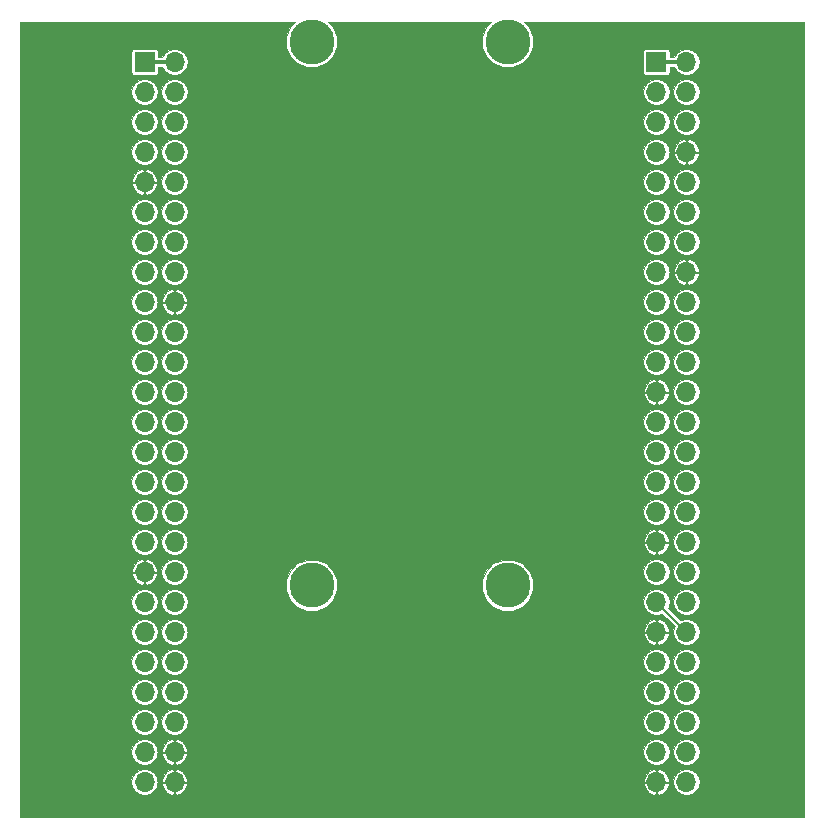
<source format=gbl>
G04 #@! TF.FileFunction,Copper,L2,Bot,Signal*
%FSLAX46Y46*%
G04 Gerber Fmt 4.6, Leading zero omitted, Abs format (unit mm)*
G04 Created by KiCad (PCBNEW 4.0.1-stable) date 2019/01/19 9:27:23*
%MOMM*%
G01*
G04 APERTURE LIST*
%ADD10C,0.100000*%
%ADD11R,1.700000X1.700000*%
%ADD12O,1.700000X1.700000*%
%ADD13C,3.800000*%
%ADD14C,0.600000*%
%ADD15C,0.152400*%
%ADD16C,0.304800*%
%ADD17C,0.125000*%
G04 APERTURE END LIST*
D10*
D11*
X114404300Y-68020000D03*
D12*
X116944300Y-68020000D03*
X114404300Y-70560000D03*
X116944300Y-70560000D03*
X114404300Y-73100000D03*
X116944300Y-73100000D03*
X114404300Y-75640000D03*
X116944300Y-75640000D03*
X114404300Y-78180000D03*
X116944300Y-78180000D03*
X114404300Y-80720000D03*
X116944300Y-80720000D03*
X114404300Y-83260000D03*
X116944300Y-83260000D03*
X114404300Y-85800000D03*
X116944300Y-85800000D03*
X114404300Y-88340000D03*
X116944300Y-88340000D03*
X114404300Y-90880000D03*
X116944300Y-90880000D03*
X114404300Y-93420000D03*
X116944300Y-93420000D03*
X114404300Y-95960000D03*
X116944300Y-95960000D03*
X114404300Y-98500000D03*
X116944300Y-98500000D03*
X114404300Y-101040000D03*
X116944300Y-101040000D03*
X114404300Y-103580000D03*
X116944300Y-103580000D03*
X114404300Y-106120000D03*
X116944300Y-106120000D03*
X114404300Y-108660000D03*
X116944300Y-108660000D03*
X114404300Y-111200000D03*
X116944300Y-111200000D03*
X114404300Y-113740000D03*
X116944300Y-113740000D03*
X114404300Y-116280000D03*
X116944300Y-116280000D03*
X114404300Y-118820000D03*
X116944300Y-118820000D03*
X114404300Y-121360000D03*
X116944300Y-121360000D03*
X114404300Y-123900000D03*
X116944300Y-123900000D03*
X114404300Y-126440000D03*
X116944300Y-126440000D03*
X114404300Y-128980000D03*
X116944300Y-128980000D03*
D11*
X157740000Y-68020000D03*
D12*
X160280000Y-68020000D03*
X157740000Y-70560000D03*
X160280000Y-70560000D03*
X157740000Y-73100000D03*
X160280000Y-73100000D03*
X157740000Y-75640000D03*
X160280000Y-75640000D03*
X157740000Y-78180000D03*
X160280000Y-78180000D03*
X157740000Y-80720000D03*
X160280000Y-80720000D03*
X157740000Y-83260000D03*
X160280000Y-83260000D03*
X157740000Y-85800000D03*
X160280000Y-85800000D03*
X157740000Y-88340000D03*
X160280000Y-88340000D03*
X157740000Y-90880000D03*
X160280000Y-90880000D03*
X157740000Y-93420000D03*
X160280000Y-93420000D03*
X157740000Y-95960000D03*
X160280000Y-95960000D03*
X157740000Y-98500000D03*
X160280000Y-98500000D03*
X157740000Y-101040000D03*
X160280000Y-101040000D03*
X157740000Y-103580000D03*
X160280000Y-103580000D03*
X157740000Y-106120000D03*
X160280000Y-106120000D03*
X157740000Y-108660000D03*
X160280000Y-108660000D03*
X157740000Y-111200000D03*
X160280000Y-111200000D03*
X157740000Y-113740000D03*
X160280000Y-113740000D03*
X157740000Y-116280000D03*
X160280000Y-116280000D03*
X157740000Y-118820000D03*
X160280000Y-118820000D03*
X157740000Y-121360000D03*
X160280000Y-121360000D03*
X157740000Y-123900000D03*
X160280000Y-123900000D03*
X157740000Y-126440000D03*
X160280000Y-126440000D03*
X157740000Y-128980000D03*
X160280000Y-128980000D03*
D13*
X145150000Y-66300000D03*
X128550000Y-66300000D03*
X128550000Y-112300000D03*
X145150000Y-112300000D03*
D14*
X139000000Y-104500000D03*
X152500000Y-83000000D03*
X127000000Y-85500000D03*
X139000000Y-70500000D03*
X126500000Y-70500000D03*
X142500000Y-120000000D03*
X129000000Y-120000000D03*
X107500000Y-125500000D03*
X107500000Y-115000000D03*
X107500000Y-105000000D03*
X107500000Y-94500000D03*
X107500000Y-84500000D03*
X107500000Y-75500000D03*
X166000000Y-125000000D03*
X166000000Y-114500000D03*
X166000000Y-105000000D03*
X166000000Y-94500000D03*
X166000000Y-84000000D03*
X166000000Y-75500000D03*
D15*
X126500000Y-70500000D02*
X139000000Y-70500000D01*
X129000000Y-120000000D02*
X142500000Y-120000000D01*
X107500000Y-115000000D02*
X107500000Y-125500000D01*
X107500000Y-94500000D02*
X107500000Y-105000000D01*
X107500000Y-75500000D02*
X107500000Y-84500000D01*
X166000000Y-114500000D02*
X166000000Y-125000000D01*
X166000000Y-94500000D02*
X166000000Y-105000000D01*
X166000000Y-75500000D02*
X166000000Y-84000000D01*
D16*
X116944300Y-68020000D02*
X114404300Y-68020000D01*
X160280000Y-68020000D02*
X157740000Y-68020000D01*
D15*
X157740000Y-113740000D02*
X158589999Y-114589999D01*
X158589999Y-114589999D02*
X160280000Y-116280000D01*
D17*
G36*
X126717791Y-65073443D02*
X126387876Y-65867965D01*
X126387125Y-66728261D01*
X126715653Y-67523358D01*
X127323443Y-68132209D01*
X128117965Y-68462124D01*
X128978261Y-68462875D01*
X129773358Y-68134347D01*
X130382209Y-67526557D01*
X130712124Y-66732035D01*
X130712875Y-65871739D01*
X130384347Y-65076642D01*
X129945970Y-64637500D01*
X143754495Y-64637500D01*
X143317791Y-65073443D01*
X142987876Y-65867965D01*
X142987125Y-66728261D01*
X143315653Y-67523358D01*
X143923443Y-68132209D01*
X144717965Y-68462124D01*
X145578261Y-68462875D01*
X146373358Y-68134347D01*
X146982209Y-67526557D01*
X147130264Y-67170000D01*
X156622358Y-67170000D01*
X156622358Y-68870000D01*
X156640662Y-68967276D01*
X156698152Y-69056619D01*
X156785872Y-69116556D01*
X156890000Y-69137642D01*
X158590000Y-69137642D01*
X158687276Y-69119338D01*
X158776619Y-69061848D01*
X158836556Y-68974128D01*
X158857642Y-68870000D01*
X158857642Y-68434900D01*
X159228234Y-68434900D01*
X159230389Y-68445735D01*
X159471549Y-68806656D01*
X159832470Y-69047816D01*
X160258205Y-69132500D01*
X160301795Y-69132500D01*
X160727530Y-69047816D01*
X161088451Y-68806656D01*
X161329611Y-68445735D01*
X161414295Y-68020000D01*
X161329611Y-67594265D01*
X161088451Y-67233344D01*
X160727530Y-66992184D01*
X160301795Y-66907500D01*
X160258205Y-66907500D01*
X159832470Y-66992184D01*
X159471549Y-67233344D01*
X159230389Y-67594265D01*
X159228234Y-67605100D01*
X158857642Y-67605100D01*
X158857642Y-67170000D01*
X158839338Y-67072724D01*
X158781848Y-66983381D01*
X158694128Y-66923444D01*
X158590000Y-66902358D01*
X156890000Y-66902358D01*
X156792724Y-66920662D01*
X156703381Y-66978152D01*
X156643444Y-67065872D01*
X156622358Y-67170000D01*
X147130264Y-67170000D01*
X147312124Y-66732035D01*
X147312875Y-65871739D01*
X146984347Y-65076642D01*
X146545970Y-64637500D01*
X170212500Y-64637500D01*
X170212500Y-131962500D01*
X103887500Y-131962500D01*
X103887500Y-128980000D01*
X113270005Y-128980000D01*
X113354689Y-129405735D01*
X113595849Y-129766656D01*
X113956770Y-130007816D01*
X114382505Y-130092500D01*
X114426095Y-130092500D01*
X114851830Y-130007816D01*
X115212751Y-129766656D01*
X115453911Y-129405735D01*
X115496629Y-129190973D01*
X115851987Y-129190973D01*
X115854395Y-129203098D01*
X116022735Y-129603204D01*
X116331375Y-129908433D01*
X116733327Y-130072317D01*
X116906800Y-130026247D01*
X116906800Y-129017500D01*
X116981800Y-129017500D01*
X116981800Y-130026247D01*
X117155273Y-130072317D01*
X117557225Y-129908433D01*
X117865865Y-129603204D01*
X118034205Y-129203098D01*
X118036613Y-129190973D01*
X156647687Y-129190973D01*
X156650095Y-129203098D01*
X156818435Y-129603204D01*
X157127075Y-129908433D01*
X157529027Y-130072317D01*
X157702500Y-130026247D01*
X157702500Y-129017500D01*
X157777500Y-129017500D01*
X157777500Y-130026247D01*
X157950973Y-130072317D01*
X158352925Y-129908433D01*
X158661565Y-129603204D01*
X158829905Y-129203098D01*
X158832313Y-129190973D01*
X158786203Y-129017500D01*
X157777500Y-129017500D01*
X157702500Y-129017500D01*
X156693797Y-129017500D01*
X156647687Y-129190973D01*
X118036613Y-129190973D01*
X117990503Y-129017500D01*
X116981800Y-129017500D01*
X116906800Y-129017500D01*
X115898097Y-129017500D01*
X115851987Y-129190973D01*
X115496629Y-129190973D01*
X115538595Y-128980000D01*
X159145705Y-128980000D01*
X159230389Y-129405735D01*
X159471549Y-129766656D01*
X159832470Y-130007816D01*
X160258205Y-130092500D01*
X160301795Y-130092500D01*
X160727530Y-130007816D01*
X161088451Y-129766656D01*
X161329611Y-129405735D01*
X161414295Y-128980000D01*
X161329611Y-128554265D01*
X161088451Y-128193344D01*
X160727530Y-127952184D01*
X160301795Y-127867500D01*
X160258205Y-127867500D01*
X159832470Y-127952184D01*
X159471549Y-128193344D01*
X159230389Y-128554265D01*
X159145705Y-128980000D01*
X115538595Y-128980000D01*
X115496630Y-128769027D01*
X115851987Y-128769027D01*
X115898097Y-128942500D01*
X116906800Y-128942500D01*
X116906800Y-127933753D01*
X116981800Y-127933753D01*
X116981800Y-128942500D01*
X117990503Y-128942500D01*
X118036613Y-128769027D01*
X156647687Y-128769027D01*
X156693797Y-128942500D01*
X157702500Y-128942500D01*
X157702500Y-127933753D01*
X157777500Y-127933753D01*
X157777500Y-128942500D01*
X158786203Y-128942500D01*
X158832313Y-128769027D01*
X158829905Y-128756902D01*
X158661565Y-128356796D01*
X158352925Y-128051567D01*
X157950973Y-127887683D01*
X157777500Y-127933753D01*
X157702500Y-127933753D01*
X157529027Y-127887683D01*
X157127075Y-128051567D01*
X156818435Y-128356796D01*
X156650095Y-128756902D01*
X156647687Y-128769027D01*
X118036613Y-128769027D01*
X118034205Y-128756902D01*
X117865865Y-128356796D01*
X117557225Y-128051567D01*
X117155273Y-127887683D01*
X116981800Y-127933753D01*
X116906800Y-127933753D01*
X116733327Y-127887683D01*
X116331375Y-128051567D01*
X116022735Y-128356796D01*
X115854395Y-128756902D01*
X115851987Y-128769027D01*
X115496630Y-128769027D01*
X115453911Y-128554265D01*
X115212751Y-128193344D01*
X114851830Y-127952184D01*
X114426095Y-127867500D01*
X114382505Y-127867500D01*
X113956770Y-127952184D01*
X113595849Y-128193344D01*
X113354689Y-128554265D01*
X113270005Y-128980000D01*
X103887500Y-128980000D01*
X103887500Y-126440000D01*
X113270005Y-126440000D01*
X113354689Y-126865735D01*
X113595849Y-127226656D01*
X113956770Y-127467816D01*
X114382505Y-127552500D01*
X114426095Y-127552500D01*
X114851830Y-127467816D01*
X115212751Y-127226656D01*
X115453911Y-126865735D01*
X115496629Y-126650973D01*
X115851987Y-126650973D01*
X115854395Y-126663098D01*
X116022735Y-127063204D01*
X116331375Y-127368433D01*
X116733327Y-127532317D01*
X116906800Y-127486247D01*
X116906800Y-126477500D01*
X116981800Y-126477500D01*
X116981800Y-127486247D01*
X117155273Y-127532317D01*
X117557225Y-127368433D01*
X117865865Y-127063204D01*
X118034205Y-126663098D01*
X118036613Y-126650973D01*
X117990503Y-126477500D01*
X116981800Y-126477500D01*
X116906800Y-126477500D01*
X115898097Y-126477500D01*
X115851987Y-126650973D01*
X115496629Y-126650973D01*
X115538595Y-126440000D01*
X156605705Y-126440000D01*
X156690389Y-126865735D01*
X156931549Y-127226656D01*
X157292470Y-127467816D01*
X157718205Y-127552500D01*
X157761795Y-127552500D01*
X158187530Y-127467816D01*
X158548451Y-127226656D01*
X158789611Y-126865735D01*
X158874295Y-126440000D01*
X159145705Y-126440000D01*
X159230389Y-126865735D01*
X159471549Y-127226656D01*
X159832470Y-127467816D01*
X160258205Y-127552500D01*
X160301795Y-127552500D01*
X160727530Y-127467816D01*
X161088451Y-127226656D01*
X161329611Y-126865735D01*
X161414295Y-126440000D01*
X161329611Y-126014265D01*
X161088451Y-125653344D01*
X160727530Y-125412184D01*
X160301795Y-125327500D01*
X160258205Y-125327500D01*
X159832470Y-125412184D01*
X159471549Y-125653344D01*
X159230389Y-126014265D01*
X159145705Y-126440000D01*
X158874295Y-126440000D01*
X158789611Y-126014265D01*
X158548451Y-125653344D01*
X158187530Y-125412184D01*
X157761795Y-125327500D01*
X157718205Y-125327500D01*
X157292470Y-125412184D01*
X156931549Y-125653344D01*
X156690389Y-126014265D01*
X156605705Y-126440000D01*
X115538595Y-126440000D01*
X115496630Y-126229027D01*
X115851987Y-126229027D01*
X115898097Y-126402500D01*
X116906800Y-126402500D01*
X116906800Y-125393753D01*
X116981800Y-125393753D01*
X116981800Y-126402500D01*
X117990503Y-126402500D01*
X118036613Y-126229027D01*
X118034205Y-126216902D01*
X117865865Y-125816796D01*
X117557225Y-125511567D01*
X117155273Y-125347683D01*
X116981800Y-125393753D01*
X116906800Y-125393753D01*
X116733327Y-125347683D01*
X116331375Y-125511567D01*
X116022735Y-125816796D01*
X115854395Y-126216902D01*
X115851987Y-126229027D01*
X115496630Y-126229027D01*
X115453911Y-126014265D01*
X115212751Y-125653344D01*
X114851830Y-125412184D01*
X114426095Y-125327500D01*
X114382505Y-125327500D01*
X113956770Y-125412184D01*
X113595849Y-125653344D01*
X113354689Y-126014265D01*
X113270005Y-126440000D01*
X103887500Y-126440000D01*
X103887500Y-123900000D01*
X113270005Y-123900000D01*
X113354689Y-124325735D01*
X113595849Y-124686656D01*
X113956770Y-124927816D01*
X114382505Y-125012500D01*
X114426095Y-125012500D01*
X114851830Y-124927816D01*
X115212751Y-124686656D01*
X115453911Y-124325735D01*
X115538595Y-123900000D01*
X115810005Y-123900000D01*
X115894689Y-124325735D01*
X116135849Y-124686656D01*
X116496770Y-124927816D01*
X116922505Y-125012500D01*
X116966095Y-125012500D01*
X117391830Y-124927816D01*
X117752751Y-124686656D01*
X117993911Y-124325735D01*
X118078595Y-123900000D01*
X156605705Y-123900000D01*
X156690389Y-124325735D01*
X156931549Y-124686656D01*
X157292470Y-124927816D01*
X157718205Y-125012500D01*
X157761795Y-125012500D01*
X158187530Y-124927816D01*
X158548451Y-124686656D01*
X158789611Y-124325735D01*
X158874295Y-123900000D01*
X159145705Y-123900000D01*
X159230389Y-124325735D01*
X159471549Y-124686656D01*
X159832470Y-124927816D01*
X160258205Y-125012500D01*
X160301795Y-125012500D01*
X160727530Y-124927816D01*
X161088451Y-124686656D01*
X161329611Y-124325735D01*
X161414295Y-123900000D01*
X161329611Y-123474265D01*
X161088451Y-123113344D01*
X160727530Y-122872184D01*
X160301795Y-122787500D01*
X160258205Y-122787500D01*
X159832470Y-122872184D01*
X159471549Y-123113344D01*
X159230389Y-123474265D01*
X159145705Y-123900000D01*
X158874295Y-123900000D01*
X158789611Y-123474265D01*
X158548451Y-123113344D01*
X158187530Y-122872184D01*
X157761795Y-122787500D01*
X157718205Y-122787500D01*
X157292470Y-122872184D01*
X156931549Y-123113344D01*
X156690389Y-123474265D01*
X156605705Y-123900000D01*
X118078595Y-123900000D01*
X117993911Y-123474265D01*
X117752751Y-123113344D01*
X117391830Y-122872184D01*
X116966095Y-122787500D01*
X116922505Y-122787500D01*
X116496770Y-122872184D01*
X116135849Y-123113344D01*
X115894689Y-123474265D01*
X115810005Y-123900000D01*
X115538595Y-123900000D01*
X115453911Y-123474265D01*
X115212751Y-123113344D01*
X114851830Y-122872184D01*
X114426095Y-122787500D01*
X114382505Y-122787500D01*
X113956770Y-122872184D01*
X113595849Y-123113344D01*
X113354689Y-123474265D01*
X113270005Y-123900000D01*
X103887500Y-123900000D01*
X103887500Y-121360000D01*
X113270005Y-121360000D01*
X113354689Y-121785735D01*
X113595849Y-122146656D01*
X113956770Y-122387816D01*
X114382505Y-122472500D01*
X114426095Y-122472500D01*
X114851830Y-122387816D01*
X115212751Y-122146656D01*
X115453911Y-121785735D01*
X115538595Y-121360000D01*
X115810005Y-121360000D01*
X115894689Y-121785735D01*
X116135849Y-122146656D01*
X116496770Y-122387816D01*
X116922505Y-122472500D01*
X116966095Y-122472500D01*
X117391830Y-122387816D01*
X117752751Y-122146656D01*
X117993911Y-121785735D01*
X118078595Y-121360000D01*
X156605705Y-121360000D01*
X156690389Y-121785735D01*
X156931549Y-122146656D01*
X157292470Y-122387816D01*
X157718205Y-122472500D01*
X157761795Y-122472500D01*
X158187530Y-122387816D01*
X158548451Y-122146656D01*
X158789611Y-121785735D01*
X158874295Y-121360000D01*
X159145705Y-121360000D01*
X159230389Y-121785735D01*
X159471549Y-122146656D01*
X159832470Y-122387816D01*
X160258205Y-122472500D01*
X160301795Y-122472500D01*
X160727530Y-122387816D01*
X161088451Y-122146656D01*
X161329611Y-121785735D01*
X161414295Y-121360000D01*
X161329611Y-120934265D01*
X161088451Y-120573344D01*
X160727530Y-120332184D01*
X160301795Y-120247500D01*
X160258205Y-120247500D01*
X159832470Y-120332184D01*
X159471549Y-120573344D01*
X159230389Y-120934265D01*
X159145705Y-121360000D01*
X158874295Y-121360000D01*
X158789611Y-120934265D01*
X158548451Y-120573344D01*
X158187530Y-120332184D01*
X157761795Y-120247500D01*
X157718205Y-120247500D01*
X157292470Y-120332184D01*
X156931549Y-120573344D01*
X156690389Y-120934265D01*
X156605705Y-121360000D01*
X118078595Y-121360000D01*
X117993911Y-120934265D01*
X117752751Y-120573344D01*
X117391830Y-120332184D01*
X116966095Y-120247500D01*
X116922505Y-120247500D01*
X116496770Y-120332184D01*
X116135849Y-120573344D01*
X115894689Y-120934265D01*
X115810005Y-121360000D01*
X115538595Y-121360000D01*
X115453911Y-120934265D01*
X115212751Y-120573344D01*
X114851830Y-120332184D01*
X114426095Y-120247500D01*
X114382505Y-120247500D01*
X113956770Y-120332184D01*
X113595849Y-120573344D01*
X113354689Y-120934265D01*
X113270005Y-121360000D01*
X103887500Y-121360000D01*
X103887500Y-118820000D01*
X113270005Y-118820000D01*
X113354689Y-119245735D01*
X113595849Y-119606656D01*
X113956770Y-119847816D01*
X114382505Y-119932500D01*
X114426095Y-119932500D01*
X114851830Y-119847816D01*
X115212751Y-119606656D01*
X115453911Y-119245735D01*
X115538595Y-118820000D01*
X115810005Y-118820000D01*
X115894689Y-119245735D01*
X116135849Y-119606656D01*
X116496770Y-119847816D01*
X116922505Y-119932500D01*
X116966095Y-119932500D01*
X117391830Y-119847816D01*
X117752751Y-119606656D01*
X117993911Y-119245735D01*
X118078595Y-118820000D01*
X156605705Y-118820000D01*
X156690389Y-119245735D01*
X156931549Y-119606656D01*
X157292470Y-119847816D01*
X157718205Y-119932500D01*
X157761795Y-119932500D01*
X158187530Y-119847816D01*
X158548451Y-119606656D01*
X158789611Y-119245735D01*
X158874295Y-118820000D01*
X159145705Y-118820000D01*
X159230389Y-119245735D01*
X159471549Y-119606656D01*
X159832470Y-119847816D01*
X160258205Y-119932500D01*
X160301795Y-119932500D01*
X160727530Y-119847816D01*
X161088451Y-119606656D01*
X161329611Y-119245735D01*
X161414295Y-118820000D01*
X161329611Y-118394265D01*
X161088451Y-118033344D01*
X160727530Y-117792184D01*
X160301795Y-117707500D01*
X160258205Y-117707500D01*
X159832470Y-117792184D01*
X159471549Y-118033344D01*
X159230389Y-118394265D01*
X159145705Y-118820000D01*
X158874295Y-118820000D01*
X158789611Y-118394265D01*
X158548451Y-118033344D01*
X158187530Y-117792184D01*
X157761795Y-117707500D01*
X157718205Y-117707500D01*
X157292470Y-117792184D01*
X156931549Y-118033344D01*
X156690389Y-118394265D01*
X156605705Y-118820000D01*
X118078595Y-118820000D01*
X117993911Y-118394265D01*
X117752751Y-118033344D01*
X117391830Y-117792184D01*
X116966095Y-117707500D01*
X116922505Y-117707500D01*
X116496770Y-117792184D01*
X116135849Y-118033344D01*
X115894689Y-118394265D01*
X115810005Y-118820000D01*
X115538595Y-118820000D01*
X115453911Y-118394265D01*
X115212751Y-118033344D01*
X114851830Y-117792184D01*
X114426095Y-117707500D01*
X114382505Y-117707500D01*
X113956770Y-117792184D01*
X113595849Y-118033344D01*
X113354689Y-118394265D01*
X113270005Y-118820000D01*
X103887500Y-118820000D01*
X103887500Y-116280000D01*
X113270005Y-116280000D01*
X113354689Y-116705735D01*
X113595849Y-117066656D01*
X113956770Y-117307816D01*
X114382505Y-117392500D01*
X114426095Y-117392500D01*
X114851830Y-117307816D01*
X115212751Y-117066656D01*
X115453911Y-116705735D01*
X115538595Y-116280000D01*
X115810005Y-116280000D01*
X115894689Y-116705735D01*
X116135849Y-117066656D01*
X116496770Y-117307816D01*
X116922505Y-117392500D01*
X116966095Y-117392500D01*
X117391830Y-117307816D01*
X117752751Y-117066656D01*
X117993911Y-116705735D01*
X118036629Y-116490973D01*
X156647687Y-116490973D01*
X156650095Y-116503098D01*
X156818435Y-116903204D01*
X157127075Y-117208433D01*
X157529027Y-117372317D01*
X157702500Y-117326247D01*
X157702500Y-116317500D01*
X157777500Y-116317500D01*
X157777500Y-117326247D01*
X157950973Y-117372317D01*
X158352925Y-117208433D01*
X158661565Y-116903204D01*
X158829905Y-116503098D01*
X158832313Y-116490973D01*
X158786203Y-116317500D01*
X157777500Y-116317500D01*
X157702500Y-116317500D01*
X156693797Y-116317500D01*
X156647687Y-116490973D01*
X118036629Y-116490973D01*
X118078595Y-116280000D01*
X118036630Y-116069027D01*
X156647687Y-116069027D01*
X156693797Y-116242500D01*
X157702500Y-116242500D01*
X157702500Y-115233753D01*
X157777500Y-115233753D01*
X157777500Y-116242500D01*
X158786203Y-116242500D01*
X158832313Y-116069027D01*
X158829905Y-116056902D01*
X158661565Y-115656796D01*
X158352925Y-115351567D01*
X157950973Y-115187683D01*
X157777500Y-115233753D01*
X157702500Y-115233753D01*
X157529027Y-115187683D01*
X157127075Y-115351567D01*
X156818435Y-115656796D01*
X156650095Y-116056902D01*
X156647687Y-116069027D01*
X118036630Y-116069027D01*
X117993911Y-115854265D01*
X117752751Y-115493344D01*
X117391830Y-115252184D01*
X116966095Y-115167500D01*
X116922505Y-115167500D01*
X116496770Y-115252184D01*
X116135849Y-115493344D01*
X115894689Y-115854265D01*
X115810005Y-116280000D01*
X115538595Y-116280000D01*
X115453911Y-115854265D01*
X115212751Y-115493344D01*
X114851830Y-115252184D01*
X114426095Y-115167500D01*
X114382505Y-115167500D01*
X113956770Y-115252184D01*
X113595849Y-115493344D01*
X113354689Y-115854265D01*
X113270005Y-116280000D01*
X103887500Y-116280000D01*
X103887500Y-113740000D01*
X113270005Y-113740000D01*
X113354689Y-114165735D01*
X113595849Y-114526656D01*
X113956770Y-114767816D01*
X114382505Y-114852500D01*
X114426095Y-114852500D01*
X114851830Y-114767816D01*
X115212751Y-114526656D01*
X115453911Y-114165735D01*
X115538595Y-113740000D01*
X115810005Y-113740000D01*
X115894689Y-114165735D01*
X116135849Y-114526656D01*
X116496770Y-114767816D01*
X116922505Y-114852500D01*
X116966095Y-114852500D01*
X117391830Y-114767816D01*
X117752751Y-114526656D01*
X117993911Y-114165735D01*
X118078595Y-113740000D01*
X117993911Y-113314265D01*
X117752751Y-112953344D01*
X117415891Y-112728261D01*
X126387125Y-112728261D01*
X126715653Y-113523358D01*
X127323443Y-114132209D01*
X128117965Y-114462124D01*
X128978261Y-114462875D01*
X129773358Y-114134347D01*
X130382209Y-113526557D01*
X130712124Y-112732035D01*
X130712127Y-112728261D01*
X142987125Y-112728261D01*
X143315653Y-113523358D01*
X143923443Y-114132209D01*
X144717965Y-114462124D01*
X145578261Y-114462875D01*
X146373358Y-114134347D01*
X146768393Y-113740000D01*
X156605705Y-113740000D01*
X156690389Y-114165735D01*
X156931549Y-114526656D01*
X157292470Y-114767816D01*
X157718205Y-114852500D01*
X157761795Y-114852500D01*
X158187530Y-114767816D01*
X158248250Y-114727244D01*
X159288421Y-115767415D01*
X159230389Y-115854265D01*
X159145705Y-116280000D01*
X159230389Y-116705735D01*
X159471549Y-117066656D01*
X159832470Y-117307816D01*
X160258205Y-117392500D01*
X160301795Y-117392500D01*
X160727530Y-117307816D01*
X161088451Y-117066656D01*
X161329611Y-116705735D01*
X161414295Y-116280000D01*
X161329611Y-115854265D01*
X161088451Y-115493344D01*
X160727530Y-115252184D01*
X160301795Y-115167500D01*
X160258205Y-115167500D01*
X159832470Y-115252184D01*
X159771750Y-115292756D01*
X158731579Y-114252585D01*
X158789611Y-114165735D01*
X158874295Y-113740000D01*
X159145705Y-113740000D01*
X159230389Y-114165735D01*
X159471549Y-114526656D01*
X159832470Y-114767816D01*
X160258205Y-114852500D01*
X160301795Y-114852500D01*
X160727530Y-114767816D01*
X161088451Y-114526656D01*
X161329611Y-114165735D01*
X161414295Y-113740000D01*
X161329611Y-113314265D01*
X161088451Y-112953344D01*
X160727530Y-112712184D01*
X160301795Y-112627500D01*
X160258205Y-112627500D01*
X159832470Y-112712184D01*
X159471549Y-112953344D01*
X159230389Y-113314265D01*
X159145705Y-113740000D01*
X158874295Y-113740000D01*
X158789611Y-113314265D01*
X158548451Y-112953344D01*
X158187530Y-112712184D01*
X157761795Y-112627500D01*
X157718205Y-112627500D01*
X157292470Y-112712184D01*
X156931549Y-112953344D01*
X156690389Y-113314265D01*
X156605705Y-113740000D01*
X146768393Y-113740000D01*
X146982209Y-113526557D01*
X147312124Y-112732035D01*
X147312875Y-111871739D01*
X147035318Y-111200000D01*
X156605705Y-111200000D01*
X156690389Y-111625735D01*
X156931549Y-111986656D01*
X157292470Y-112227816D01*
X157718205Y-112312500D01*
X157761795Y-112312500D01*
X158187530Y-112227816D01*
X158548451Y-111986656D01*
X158789611Y-111625735D01*
X158874295Y-111200000D01*
X159145705Y-111200000D01*
X159230389Y-111625735D01*
X159471549Y-111986656D01*
X159832470Y-112227816D01*
X160258205Y-112312500D01*
X160301795Y-112312500D01*
X160727530Y-112227816D01*
X161088451Y-111986656D01*
X161329611Y-111625735D01*
X161414295Y-111200000D01*
X161329611Y-110774265D01*
X161088451Y-110413344D01*
X160727530Y-110172184D01*
X160301795Y-110087500D01*
X160258205Y-110087500D01*
X159832470Y-110172184D01*
X159471549Y-110413344D01*
X159230389Y-110774265D01*
X159145705Y-111200000D01*
X158874295Y-111200000D01*
X158789611Y-110774265D01*
X158548451Y-110413344D01*
X158187530Y-110172184D01*
X157761795Y-110087500D01*
X157718205Y-110087500D01*
X157292470Y-110172184D01*
X156931549Y-110413344D01*
X156690389Y-110774265D01*
X156605705Y-111200000D01*
X147035318Y-111200000D01*
X146984347Y-111076642D01*
X146376557Y-110467791D01*
X145582035Y-110137876D01*
X144721739Y-110137125D01*
X143926642Y-110465653D01*
X143317791Y-111073443D01*
X142987876Y-111867965D01*
X142987125Y-112728261D01*
X130712127Y-112728261D01*
X130712875Y-111871739D01*
X130384347Y-111076642D01*
X129776557Y-110467791D01*
X128982035Y-110137876D01*
X128121739Y-110137125D01*
X127326642Y-110465653D01*
X126717791Y-111073443D01*
X126387876Y-111867965D01*
X126387125Y-112728261D01*
X117415891Y-112728261D01*
X117391830Y-112712184D01*
X116966095Y-112627500D01*
X116922505Y-112627500D01*
X116496770Y-112712184D01*
X116135849Y-112953344D01*
X115894689Y-113314265D01*
X115810005Y-113740000D01*
X115538595Y-113740000D01*
X115453911Y-113314265D01*
X115212751Y-112953344D01*
X114851830Y-112712184D01*
X114426095Y-112627500D01*
X114382505Y-112627500D01*
X113956770Y-112712184D01*
X113595849Y-112953344D01*
X113354689Y-113314265D01*
X113270005Y-113740000D01*
X103887500Y-113740000D01*
X103887500Y-111410973D01*
X113311987Y-111410973D01*
X113314395Y-111423098D01*
X113482735Y-111823204D01*
X113791375Y-112128433D01*
X114193327Y-112292317D01*
X114366800Y-112246247D01*
X114366800Y-111237500D01*
X114441800Y-111237500D01*
X114441800Y-112246247D01*
X114615273Y-112292317D01*
X115017225Y-112128433D01*
X115325865Y-111823204D01*
X115494205Y-111423098D01*
X115496613Y-111410973D01*
X115450503Y-111237500D01*
X114441800Y-111237500D01*
X114366800Y-111237500D01*
X113358097Y-111237500D01*
X113311987Y-111410973D01*
X103887500Y-111410973D01*
X103887500Y-111200000D01*
X115810005Y-111200000D01*
X115894689Y-111625735D01*
X116135849Y-111986656D01*
X116496770Y-112227816D01*
X116922505Y-112312500D01*
X116966095Y-112312500D01*
X117391830Y-112227816D01*
X117752751Y-111986656D01*
X117993911Y-111625735D01*
X118078595Y-111200000D01*
X117993911Y-110774265D01*
X117752751Y-110413344D01*
X117391830Y-110172184D01*
X116966095Y-110087500D01*
X116922505Y-110087500D01*
X116496770Y-110172184D01*
X116135849Y-110413344D01*
X115894689Y-110774265D01*
X115810005Y-111200000D01*
X103887500Y-111200000D01*
X103887500Y-110989027D01*
X113311987Y-110989027D01*
X113358097Y-111162500D01*
X114366800Y-111162500D01*
X114366800Y-110153753D01*
X114441800Y-110153753D01*
X114441800Y-111162500D01*
X115450503Y-111162500D01*
X115496613Y-110989027D01*
X115494205Y-110976902D01*
X115325865Y-110576796D01*
X115017225Y-110271567D01*
X114615273Y-110107683D01*
X114441800Y-110153753D01*
X114366800Y-110153753D01*
X114193327Y-110107683D01*
X113791375Y-110271567D01*
X113482735Y-110576796D01*
X113314395Y-110976902D01*
X113311987Y-110989027D01*
X103887500Y-110989027D01*
X103887500Y-108660000D01*
X113270005Y-108660000D01*
X113354689Y-109085735D01*
X113595849Y-109446656D01*
X113956770Y-109687816D01*
X114382505Y-109772500D01*
X114426095Y-109772500D01*
X114851830Y-109687816D01*
X115212751Y-109446656D01*
X115453911Y-109085735D01*
X115538595Y-108660000D01*
X115810005Y-108660000D01*
X115894689Y-109085735D01*
X116135849Y-109446656D01*
X116496770Y-109687816D01*
X116922505Y-109772500D01*
X116966095Y-109772500D01*
X117391830Y-109687816D01*
X117752751Y-109446656D01*
X117993911Y-109085735D01*
X118036629Y-108870973D01*
X156647687Y-108870973D01*
X156650095Y-108883098D01*
X156818435Y-109283204D01*
X157127075Y-109588433D01*
X157529027Y-109752317D01*
X157702500Y-109706247D01*
X157702500Y-108697500D01*
X157777500Y-108697500D01*
X157777500Y-109706247D01*
X157950973Y-109752317D01*
X158352925Y-109588433D01*
X158661565Y-109283204D01*
X158829905Y-108883098D01*
X158832313Y-108870973D01*
X158786203Y-108697500D01*
X157777500Y-108697500D01*
X157702500Y-108697500D01*
X156693797Y-108697500D01*
X156647687Y-108870973D01*
X118036629Y-108870973D01*
X118078595Y-108660000D01*
X159145705Y-108660000D01*
X159230389Y-109085735D01*
X159471549Y-109446656D01*
X159832470Y-109687816D01*
X160258205Y-109772500D01*
X160301795Y-109772500D01*
X160727530Y-109687816D01*
X161088451Y-109446656D01*
X161329611Y-109085735D01*
X161414295Y-108660000D01*
X161329611Y-108234265D01*
X161088451Y-107873344D01*
X160727530Y-107632184D01*
X160301795Y-107547500D01*
X160258205Y-107547500D01*
X159832470Y-107632184D01*
X159471549Y-107873344D01*
X159230389Y-108234265D01*
X159145705Y-108660000D01*
X118078595Y-108660000D01*
X118036630Y-108449027D01*
X156647687Y-108449027D01*
X156693797Y-108622500D01*
X157702500Y-108622500D01*
X157702500Y-107613753D01*
X157777500Y-107613753D01*
X157777500Y-108622500D01*
X158786203Y-108622500D01*
X158832313Y-108449027D01*
X158829905Y-108436902D01*
X158661565Y-108036796D01*
X158352925Y-107731567D01*
X157950973Y-107567683D01*
X157777500Y-107613753D01*
X157702500Y-107613753D01*
X157529027Y-107567683D01*
X157127075Y-107731567D01*
X156818435Y-108036796D01*
X156650095Y-108436902D01*
X156647687Y-108449027D01*
X118036630Y-108449027D01*
X117993911Y-108234265D01*
X117752751Y-107873344D01*
X117391830Y-107632184D01*
X116966095Y-107547500D01*
X116922505Y-107547500D01*
X116496770Y-107632184D01*
X116135849Y-107873344D01*
X115894689Y-108234265D01*
X115810005Y-108660000D01*
X115538595Y-108660000D01*
X115453911Y-108234265D01*
X115212751Y-107873344D01*
X114851830Y-107632184D01*
X114426095Y-107547500D01*
X114382505Y-107547500D01*
X113956770Y-107632184D01*
X113595849Y-107873344D01*
X113354689Y-108234265D01*
X113270005Y-108660000D01*
X103887500Y-108660000D01*
X103887500Y-106120000D01*
X113270005Y-106120000D01*
X113354689Y-106545735D01*
X113595849Y-106906656D01*
X113956770Y-107147816D01*
X114382505Y-107232500D01*
X114426095Y-107232500D01*
X114851830Y-107147816D01*
X115212751Y-106906656D01*
X115453911Y-106545735D01*
X115538595Y-106120000D01*
X115810005Y-106120000D01*
X115894689Y-106545735D01*
X116135849Y-106906656D01*
X116496770Y-107147816D01*
X116922505Y-107232500D01*
X116966095Y-107232500D01*
X117391830Y-107147816D01*
X117752751Y-106906656D01*
X117993911Y-106545735D01*
X118078595Y-106120000D01*
X156605705Y-106120000D01*
X156690389Y-106545735D01*
X156931549Y-106906656D01*
X157292470Y-107147816D01*
X157718205Y-107232500D01*
X157761795Y-107232500D01*
X158187530Y-107147816D01*
X158548451Y-106906656D01*
X158789611Y-106545735D01*
X158874295Y-106120000D01*
X159145705Y-106120000D01*
X159230389Y-106545735D01*
X159471549Y-106906656D01*
X159832470Y-107147816D01*
X160258205Y-107232500D01*
X160301795Y-107232500D01*
X160727530Y-107147816D01*
X161088451Y-106906656D01*
X161329611Y-106545735D01*
X161414295Y-106120000D01*
X161329611Y-105694265D01*
X161088451Y-105333344D01*
X160727530Y-105092184D01*
X160301795Y-105007500D01*
X160258205Y-105007500D01*
X159832470Y-105092184D01*
X159471549Y-105333344D01*
X159230389Y-105694265D01*
X159145705Y-106120000D01*
X158874295Y-106120000D01*
X158789611Y-105694265D01*
X158548451Y-105333344D01*
X158187530Y-105092184D01*
X157761795Y-105007500D01*
X157718205Y-105007500D01*
X157292470Y-105092184D01*
X156931549Y-105333344D01*
X156690389Y-105694265D01*
X156605705Y-106120000D01*
X118078595Y-106120000D01*
X117993911Y-105694265D01*
X117752751Y-105333344D01*
X117391830Y-105092184D01*
X116966095Y-105007500D01*
X116922505Y-105007500D01*
X116496770Y-105092184D01*
X116135849Y-105333344D01*
X115894689Y-105694265D01*
X115810005Y-106120000D01*
X115538595Y-106120000D01*
X115453911Y-105694265D01*
X115212751Y-105333344D01*
X114851830Y-105092184D01*
X114426095Y-105007500D01*
X114382505Y-105007500D01*
X113956770Y-105092184D01*
X113595849Y-105333344D01*
X113354689Y-105694265D01*
X113270005Y-106120000D01*
X103887500Y-106120000D01*
X103887500Y-103580000D01*
X113270005Y-103580000D01*
X113354689Y-104005735D01*
X113595849Y-104366656D01*
X113956770Y-104607816D01*
X114382505Y-104692500D01*
X114426095Y-104692500D01*
X114851830Y-104607816D01*
X115212751Y-104366656D01*
X115453911Y-104005735D01*
X115538595Y-103580000D01*
X115810005Y-103580000D01*
X115894689Y-104005735D01*
X116135849Y-104366656D01*
X116496770Y-104607816D01*
X116922505Y-104692500D01*
X116966095Y-104692500D01*
X117391830Y-104607816D01*
X117752751Y-104366656D01*
X117993911Y-104005735D01*
X118078595Y-103580000D01*
X156605705Y-103580000D01*
X156690389Y-104005735D01*
X156931549Y-104366656D01*
X157292470Y-104607816D01*
X157718205Y-104692500D01*
X157761795Y-104692500D01*
X158187530Y-104607816D01*
X158548451Y-104366656D01*
X158789611Y-104005735D01*
X158874295Y-103580000D01*
X159145705Y-103580000D01*
X159230389Y-104005735D01*
X159471549Y-104366656D01*
X159832470Y-104607816D01*
X160258205Y-104692500D01*
X160301795Y-104692500D01*
X160727530Y-104607816D01*
X161088451Y-104366656D01*
X161329611Y-104005735D01*
X161414295Y-103580000D01*
X161329611Y-103154265D01*
X161088451Y-102793344D01*
X160727530Y-102552184D01*
X160301795Y-102467500D01*
X160258205Y-102467500D01*
X159832470Y-102552184D01*
X159471549Y-102793344D01*
X159230389Y-103154265D01*
X159145705Y-103580000D01*
X158874295Y-103580000D01*
X158789611Y-103154265D01*
X158548451Y-102793344D01*
X158187530Y-102552184D01*
X157761795Y-102467500D01*
X157718205Y-102467500D01*
X157292470Y-102552184D01*
X156931549Y-102793344D01*
X156690389Y-103154265D01*
X156605705Y-103580000D01*
X118078595Y-103580000D01*
X117993911Y-103154265D01*
X117752751Y-102793344D01*
X117391830Y-102552184D01*
X116966095Y-102467500D01*
X116922505Y-102467500D01*
X116496770Y-102552184D01*
X116135849Y-102793344D01*
X115894689Y-103154265D01*
X115810005Y-103580000D01*
X115538595Y-103580000D01*
X115453911Y-103154265D01*
X115212751Y-102793344D01*
X114851830Y-102552184D01*
X114426095Y-102467500D01*
X114382505Y-102467500D01*
X113956770Y-102552184D01*
X113595849Y-102793344D01*
X113354689Y-103154265D01*
X113270005Y-103580000D01*
X103887500Y-103580000D01*
X103887500Y-101040000D01*
X113270005Y-101040000D01*
X113354689Y-101465735D01*
X113595849Y-101826656D01*
X113956770Y-102067816D01*
X114382505Y-102152500D01*
X114426095Y-102152500D01*
X114851830Y-102067816D01*
X115212751Y-101826656D01*
X115453911Y-101465735D01*
X115538595Y-101040000D01*
X115810005Y-101040000D01*
X115894689Y-101465735D01*
X116135849Y-101826656D01*
X116496770Y-102067816D01*
X116922505Y-102152500D01*
X116966095Y-102152500D01*
X117391830Y-102067816D01*
X117752751Y-101826656D01*
X117993911Y-101465735D01*
X118078595Y-101040000D01*
X156605705Y-101040000D01*
X156690389Y-101465735D01*
X156931549Y-101826656D01*
X157292470Y-102067816D01*
X157718205Y-102152500D01*
X157761795Y-102152500D01*
X158187530Y-102067816D01*
X158548451Y-101826656D01*
X158789611Y-101465735D01*
X158874295Y-101040000D01*
X159145705Y-101040000D01*
X159230389Y-101465735D01*
X159471549Y-101826656D01*
X159832470Y-102067816D01*
X160258205Y-102152500D01*
X160301795Y-102152500D01*
X160727530Y-102067816D01*
X161088451Y-101826656D01*
X161329611Y-101465735D01*
X161414295Y-101040000D01*
X161329611Y-100614265D01*
X161088451Y-100253344D01*
X160727530Y-100012184D01*
X160301795Y-99927500D01*
X160258205Y-99927500D01*
X159832470Y-100012184D01*
X159471549Y-100253344D01*
X159230389Y-100614265D01*
X159145705Y-101040000D01*
X158874295Y-101040000D01*
X158789611Y-100614265D01*
X158548451Y-100253344D01*
X158187530Y-100012184D01*
X157761795Y-99927500D01*
X157718205Y-99927500D01*
X157292470Y-100012184D01*
X156931549Y-100253344D01*
X156690389Y-100614265D01*
X156605705Y-101040000D01*
X118078595Y-101040000D01*
X117993911Y-100614265D01*
X117752751Y-100253344D01*
X117391830Y-100012184D01*
X116966095Y-99927500D01*
X116922505Y-99927500D01*
X116496770Y-100012184D01*
X116135849Y-100253344D01*
X115894689Y-100614265D01*
X115810005Y-101040000D01*
X115538595Y-101040000D01*
X115453911Y-100614265D01*
X115212751Y-100253344D01*
X114851830Y-100012184D01*
X114426095Y-99927500D01*
X114382505Y-99927500D01*
X113956770Y-100012184D01*
X113595849Y-100253344D01*
X113354689Y-100614265D01*
X113270005Y-101040000D01*
X103887500Y-101040000D01*
X103887500Y-98500000D01*
X113270005Y-98500000D01*
X113354689Y-98925735D01*
X113595849Y-99286656D01*
X113956770Y-99527816D01*
X114382505Y-99612500D01*
X114426095Y-99612500D01*
X114851830Y-99527816D01*
X115212751Y-99286656D01*
X115453911Y-98925735D01*
X115538595Y-98500000D01*
X115810005Y-98500000D01*
X115894689Y-98925735D01*
X116135849Y-99286656D01*
X116496770Y-99527816D01*
X116922505Y-99612500D01*
X116966095Y-99612500D01*
X117391830Y-99527816D01*
X117752751Y-99286656D01*
X117993911Y-98925735D01*
X118078595Y-98500000D01*
X156605705Y-98500000D01*
X156690389Y-98925735D01*
X156931549Y-99286656D01*
X157292470Y-99527816D01*
X157718205Y-99612500D01*
X157761795Y-99612500D01*
X158187530Y-99527816D01*
X158548451Y-99286656D01*
X158789611Y-98925735D01*
X158874295Y-98500000D01*
X159145705Y-98500000D01*
X159230389Y-98925735D01*
X159471549Y-99286656D01*
X159832470Y-99527816D01*
X160258205Y-99612500D01*
X160301795Y-99612500D01*
X160727530Y-99527816D01*
X161088451Y-99286656D01*
X161329611Y-98925735D01*
X161414295Y-98500000D01*
X161329611Y-98074265D01*
X161088451Y-97713344D01*
X160727530Y-97472184D01*
X160301795Y-97387500D01*
X160258205Y-97387500D01*
X159832470Y-97472184D01*
X159471549Y-97713344D01*
X159230389Y-98074265D01*
X159145705Y-98500000D01*
X158874295Y-98500000D01*
X158789611Y-98074265D01*
X158548451Y-97713344D01*
X158187530Y-97472184D01*
X157761795Y-97387500D01*
X157718205Y-97387500D01*
X157292470Y-97472184D01*
X156931549Y-97713344D01*
X156690389Y-98074265D01*
X156605705Y-98500000D01*
X118078595Y-98500000D01*
X117993911Y-98074265D01*
X117752751Y-97713344D01*
X117391830Y-97472184D01*
X116966095Y-97387500D01*
X116922505Y-97387500D01*
X116496770Y-97472184D01*
X116135849Y-97713344D01*
X115894689Y-98074265D01*
X115810005Y-98500000D01*
X115538595Y-98500000D01*
X115453911Y-98074265D01*
X115212751Y-97713344D01*
X114851830Y-97472184D01*
X114426095Y-97387500D01*
X114382505Y-97387500D01*
X113956770Y-97472184D01*
X113595849Y-97713344D01*
X113354689Y-98074265D01*
X113270005Y-98500000D01*
X103887500Y-98500000D01*
X103887500Y-95960000D01*
X113270005Y-95960000D01*
X113354689Y-96385735D01*
X113595849Y-96746656D01*
X113956770Y-96987816D01*
X114382505Y-97072500D01*
X114426095Y-97072500D01*
X114851830Y-96987816D01*
X115212751Y-96746656D01*
X115453911Y-96385735D01*
X115538595Y-95960000D01*
X115810005Y-95960000D01*
X115894689Y-96385735D01*
X116135849Y-96746656D01*
X116496770Y-96987816D01*
X116922505Y-97072500D01*
X116966095Y-97072500D01*
X117391830Y-96987816D01*
X117752751Y-96746656D01*
X117993911Y-96385735D01*
X118036629Y-96170973D01*
X156647687Y-96170973D01*
X156650095Y-96183098D01*
X156818435Y-96583204D01*
X157127075Y-96888433D01*
X157529027Y-97052317D01*
X157702500Y-97006247D01*
X157702500Y-95997500D01*
X157777500Y-95997500D01*
X157777500Y-97006247D01*
X157950973Y-97052317D01*
X158352925Y-96888433D01*
X158661565Y-96583204D01*
X158829905Y-96183098D01*
X158832313Y-96170973D01*
X158786203Y-95997500D01*
X157777500Y-95997500D01*
X157702500Y-95997500D01*
X156693797Y-95997500D01*
X156647687Y-96170973D01*
X118036629Y-96170973D01*
X118078595Y-95960000D01*
X159145705Y-95960000D01*
X159230389Y-96385735D01*
X159471549Y-96746656D01*
X159832470Y-96987816D01*
X160258205Y-97072500D01*
X160301795Y-97072500D01*
X160727530Y-96987816D01*
X161088451Y-96746656D01*
X161329611Y-96385735D01*
X161414295Y-95960000D01*
X161329611Y-95534265D01*
X161088451Y-95173344D01*
X160727530Y-94932184D01*
X160301795Y-94847500D01*
X160258205Y-94847500D01*
X159832470Y-94932184D01*
X159471549Y-95173344D01*
X159230389Y-95534265D01*
X159145705Y-95960000D01*
X118078595Y-95960000D01*
X118036630Y-95749027D01*
X156647687Y-95749027D01*
X156693797Y-95922500D01*
X157702500Y-95922500D01*
X157702500Y-94913753D01*
X157777500Y-94913753D01*
X157777500Y-95922500D01*
X158786203Y-95922500D01*
X158832313Y-95749027D01*
X158829905Y-95736902D01*
X158661565Y-95336796D01*
X158352925Y-95031567D01*
X157950973Y-94867683D01*
X157777500Y-94913753D01*
X157702500Y-94913753D01*
X157529027Y-94867683D01*
X157127075Y-95031567D01*
X156818435Y-95336796D01*
X156650095Y-95736902D01*
X156647687Y-95749027D01*
X118036630Y-95749027D01*
X117993911Y-95534265D01*
X117752751Y-95173344D01*
X117391830Y-94932184D01*
X116966095Y-94847500D01*
X116922505Y-94847500D01*
X116496770Y-94932184D01*
X116135849Y-95173344D01*
X115894689Y-95534265D01*
X115810005Y-95960000D01*
X115538595Y-95960000D01*
X115453911Y-95534265D01*
X115212751Y-95173344D01*
X114851830Y-94932184D01*
X114426095Y-94847500D01*
X114382505Y-94847500D01*
X113956770Y-94932184D01*
X113595849Y-95173344D01*
X113354689Y-95534265D01*
X113270005Y-95960000D01*
X103887500Y-95960000D01*
X103887500Y-93420000D01*
X113270005Y-93420000D01*
X113354689Y-93845735D01*
X113595849Y-94206656D01*
X113956770Y-94447816D01*
X114382505Y-94532500D01*
X114426095Y-94532500D01*
X114851830Y-94447816D01*
X115212751Y-94206656D01*
X115453911Y-93845735D01*
X115538595Y-93420000D01*
X115810005Y-93420000D01*
X115894689Y-93845735D01*
X116135849Y-94206656D01*
X116496770Y-94447816D01*
X116922505Y-94532500D01*
X116966095Y-94532500D01*
X117391830Y-94447816D01*
X117752751Y-94206656D01*
X117993911Y-93845735D01*
X118078595Y-93420000D01*
X156605705Y-93420000D01*
X156690389Y-93845735D01*
X156931549Y-94206656D01*
X157292470Y-94447816D01*
X157718205Y-94532500D01*
X157761795Y-94532500D01*
X158187530Y-94447816D01*
X158548451Y-94206656D01*
X158789611Y-93845735D01*
X158874295Y-93420000D01*
X159145705Y-93420000D01*
X159230389Y-93845735D01*
X159471549Y-94206656D01*
X159832470Y-94447816D01*
X160258205Y-94532500D01*
X160301795Y-94532500D01*
X160727530Y-94447816D01*
X161088451Y-94206656D01*
X161329611Y-93845735D01*
X161414295Y-93420000D01*
X161329611Y-92994265D01*
X161088451Y-92633344D01*
X160727530Y-92392184D01*
X160301795Y-92307500D01*
X160258205Y-92307500D01*
X159832470Y-92392184D01*
X159471549Y-92633344D01*
X159230389Y-92994265D01*
X159145705Y-93420000D01*
X158874295Y-93420000D01*
X158789611Y-92994265D01*
X158548451Y-92633344D01*
X158187530Y-92392184D01*
X157761795Y-92307500D01*
X157718205Y-92307500D01*
X157292470Y-92392184D01*
X156931549Y-92633344D01*
X156690389Y-92994265D01*
X156605705Y-93420000D01*
X118078595Y-93420000D01*
X117993911Y-92994265D01*
X117752751Y-92633344D01*
X117391830Y-92392184D01*
X116966095Y-92307500D01*
X116922505Y-92307500D01*
X116496770Y-92392184D01*
X116135849Y-92633344D01*
X115894689Y-92994265D01*
X115810005Y-93420000D01*
X115538595Y-93420000D01*
X115453911Y-92994265D01*
X115212751Y-92633344D01*
X114851830Y-92392184D01*
X114426095Y-92307500D01*
X114382505Y-92307500D01*
X113956770Y-92392184D01*
X113595849Y-92633344D01*
X113354689Y-92994265D01*
X113270005Y-93420000D01*
X103887500Y-93420000D01*
X103887500Y-90880000D01*
X113270005Y-90880000D01*
X113354689Y-91305735D01*
X113595849Y-91666656D01*
X113956770Y-91907816D01*
X114382505Y-91992500D01*
X114426095Y-91992500D01*
X114851830Y-91907816D01*
X115212751Y-91666656D01*
X115453911Y-91305735D01*
X115538595Y-90880000D01*
X115810005Y-90880000D01*
X115894689Y-91305735D01*
X116135849Y-91666656D01*
X116496770Y-91907816D01*
X116922505Y-91992500D01*
X116966095Y-91992500D01*
X117391830Y-91907816D01*
X117752751Y-91666656D01*
X117993911Y-91305735D01*
X118078595Y-90880000D01*
X156605705Y-90880000D01*
X156690389Y-91305735D01*
X156931549Y-91666656D01*
X157292470Y-91907816D01*
X157718205Y-91992500D01*
X157761795Y-91992500D01*
X158187530Y-91907816D01*
X158548451Y-91666656D01*
X158789611Y-91305735D01*
X158874295Y-90880000D01*
X159145705Y-90880000D01*
X159230389Y-91305735D01*
X159471549Y-91666656D01*
X159832470Y-91907816D01*
X160258205Y-91992500D01*
X160301795Y-91992500D01*
X160727530Y-91907816D01*
X161088451Y-91666656D01*
X161329611Y-91305735D01*
X161414295Y-90880000D01*
X161329611Y-90454265D01*
X161088451Y-90093344D01*
X160727530Y-89852184D01*
X160301795Y-89767500D01*
X160258205Y-89767500D01*
X159832470Y-89852184D01*
X159471549Y-90093344D01*
X159230389Y-90454265D01*
X159145705Y-90880000D01*
X158874295Y-90880000D01*
X158789611Y-90454265D01*
X158548451Y-90093344D01*
X158187530Y-89852184D01*
X157761795Y-89767500D01*
X157718205Y-89767500D01*
X157292470Y-89852184D01*
X156931549Y-90093344D01*
X156690389Y-90454265D01*
X156605705Y-90880000D01*
X118078595Y-90880000D01*
X117993911Y-90454265D01*
X117752751Y-90093344D01*
X117391830Y-89852184D01*
X116966095Y-89767500D01*
X116922505Y-89767500D01*
X116496770Y-89852184D01*
X116135849Y-90093344D01*
X115894689Y-90454265D01*
X115810005Y-90880000D01*
X115538595Y-90880000D01*
X115453911Y-90454265D01*
X115212751Y-90093344D01*
X114851830Y-89852184D01*
X114426095Y-89767500D01*
X114382505Y-89767500D01*
X113956770Y-89852184D01*
X113595849Y-90093344D01*
X113354689Y-90454265D01*
X113270005Y-90880000D01*
X103887500Y-90880000D01*
X103887500Y-88340000D01*
X113270005Y-88340000D01*
X113354689Y-88765735D01*
X113595849Y-89126656D01*
X113956770Y-89367816D01*
X114382505Y-89452500D01*
X114426095Y-89452500D01*
X114851830Y-89367816D01*
X115212751Y-89126656D01*
X115453911Y-88765735D01*
X115496629Y-88550973D01*
X115851987Y-88550973D01*
X115854395Y-88563098D01*
X116022735Y-88963204D01*
X116331375Y-89268433D01*
X116733327Y-89432317D01*
X116906800Y-89386247D01*
X116906800Y-88377500D01*
X116981800Y-88377500D01*
X116981800Y-89386247D01*
X117155273Y-89432317D01*
X117557225Y-89268433D01*
X117865865Y-88963204D01*
X118034205Y-88563098D01*
X118036613Y-88550973D01*
X117990503Y-88377500D01*
X116981800Y-88377500D01*
X116906800Y-88377500D01*
X115898097Y-88377500D01*
X115851987Y-88550973D01*
X115496629Y-88550973D01*
X115538595Y-88340000D01*
X156605705Y-88340000D01*
X156690389Y-88765735D01*
X156931549Y-89126656D01*
X157292470Y-89367816D01*
X157718205Y-89452500D01*
X157761795Y-89452500D01*
X158187530Y-89367816D01*
X158548451Y-89126656D01*
X158789611Y-88765735D01*
X158874295Y-88340000D01*
X159145705Y-88340000D01*
X159230389Y-88765735D01*
X159471549Y-89126656D01*
X159832470Y-89367816D01*
X160258205Y-89452500D01*
X160301795Y-89452500D01*
X160727530Y-89367816D01*
X161088451Y-89126656D01*
X161329611Y-88765735D01*
X161414295Y-88340000D01*
X161329611Y-87914265D01*
X161088451Y-87553344D01*
X160727530Y-87312184D01*
X160301795Y-87227500D01*
X160258205Y-87227500D01*
X159832470Y-87312184D01*
X159471549Y-87553344D01*
X159230389Y-87914265D01*
X159145705Y-88340000D01*
X158874295Y-88340000D01*
X158789611Y-87914265D01*
X158548451Y-87553344D01*
X158187530Y-87312184D01*
X157761795Y-87227500D01*
X157718205Y-87227500D01*
X157292470Y-87312184D01*
X156931549Y-87553344D01*
X156690389Y-87914265D01*
X156605705Y-88340000D01*
X115538595Y-88340000D01*
X115496630Y-88129027D01*
X115851987Y-88129027D01*
X115898097Y-88302500D01*
X116906800Y-88302500D01*
X116906800Y-87293753D01*
X116981800Y-87293753D01*
X116981800Y-88302500D01*
X117990503Y-88302500D01*
X118036613Y-88129027D01*
X118034205Y-88116902D01*
X117865865Y-87716796D01*
X117557225Y-87411567D01*
X117155273Y-87247683D01*
X116981800Y-87293753D01*
X116906800Y-87293753D01*
X116733327Y-87247683D01*
X116331375Y-87411567D01*
X116022735Y-87716796D01*
X115854395Y-88116902D01*
X115851987Y-88129027D01*
X115496630Y-88129027D01*
X115453911Y-87914265D01*
X115212751Y-87553344D01*
X114851830Y-87312184D01*
X114426095Y-87227500D01*
X114382505Y-87227500D01*
X113956770Y-87312184D01*
X113595849Y-87553344D01*
X113354689Y-87914265D01*
X113270005Y-88340000D01*
X103887500Y-88340000D01*
X103887500Y-85800000D01*
X113270005Y-85800000D01*
X113354689Y-86225735D01*
X113595849Y-86586656D01*
X113956770Y-86827816D01*
X114382505Y-86912500D01*
X114426095Y-86912500D01*
X114851830Y-86827816D01*
X115212751Y-86586656D01*
X115453911Y-86225735D01*
X115538595Y-85800000D01*
X115810005Y-85800000D01*
X115894689Y-86225735D01*
X116135849Y-86586656D01*
X116496770Y-86827816D01*
X116922505Y-86912500D01*
X116966095Y-86912500D01*
X117391830Y-86827816D01*
X117752751Y-86586656D01*
X117993911Y-86225735D01*
X118078595Y-85800000D01*
X156605705Y-85800000D01*
X156690389Y-86225735D01*
X156931549Y-86586656D01*
X157292470Y-86827816D01*
X157718205Y-86912500D01*
X157761795Y-86912500D01*
X158187530Y-86827816D01*
X158548451Y-86586656D01*
X158789611Y-86225735D01*
X158832329Y-86010973D01*
X159187687Y-86010973D01*
X159190095Y-86023098D01*
X159358435Y-86423204D01*
X159667075Y-86728433D01*
X160069027Y-86892317D01*
X160242500Y-86846247D01*
X160242500Y-85837500D01*
X160317500Y-85837500D01*
X160317500Y-86846247D01*
X160490973Y-86892317D01*
X160892925Y-86728433D01*
X161201565Y-86423204D01*
X161369905Y-86023098D01*
X161372313Y-86010973D01*
X161326203Y-85837500D01*
X160317500Y-85837500D01*
X160242500Y-85837500D01*
X159233797Y-85837500D01*
X159187687Y-86010973D01*
X158832329Y-86010973D01*
X158874295Y-85800000D01*
X158832330Y-85589027D01*
X159187687Y-85589027D01*
X159233797Y-85762500D01*
X160242500Y-85762500D01*
X160242500Y-84753753D01*
X160317500Y-84753753D01*
X160317500Y-85762500D01*
X161326203Y-85762500D01*
X161372313Y-85589027D01*
X161369905Y-85576902D01*
X161201565Y-85176796D01*
X160892925Y-84871567D01*
X160490973Y-84707683D01*
X160317500Y-84753753D01*
X160242500Y-84753753D01*
X160069027Y-84707683D01*
X159667075Y-84871567D01*
X159358435Y-85176796D01*
X159190095Y-85576902D01*
X159187687Y-85589027D01*
X158832330Y-85589027D01*
X158789611Y-85374265D01*
X158548451Y-85013344D01*
X158187530Y-84772184D01*
X157761795Y-84687500D01*
X157718205Y-84687500D01*
X157292470Y-84772184D01*
X156931549Y-85013344D01*
X156690389Y-85374265D01*
X156605705Y-85800000D01*
X118078595Y-85800000D01*
X117993911Y-85374265D01*
X117752751Y-85013344D01*
X117391830Y-84772184D01*
X116966095Y-84687500D01*
X116922505Y-84687500D01*
X116496770Y-84772184D01*
X116135849Y-85013344D01*
X115894689Y-85374265D01*
X115810005Y-85800000D01*
X115538595Y-85800000D01*
X115453911Y-85374265D01*
X115212751Y-85013344D01*
X114851830Y-84772184D01*
X114426095Y-84687500D01*
X114382505Y-84687500D01*
X113956770Y-84772184D01*
X113595849Y-85013344D01*
X113354689Y-85374265D01*
X113270005Y-85800000D01*
X103887500Y-85800000D01*
X103887500Y-83260000D01*
X113270005Y-83260000D01*
X113354689Y-83685735D01*
X113595849Y-84046656D01*
X113956770Y-84287816D01*
X114382505Y-84372500D01*
X114426095Y-84372500D01*
X114851830Y-84287816D01*
X115212751Y-84046656D01*
X115453911Y-83685735D01*
X115538595Y-83260000D01*
X115810005Y-83260000D01*
X115894689Y-83685735D01*
X116135849Y-84046656D01*
X116496770Y-84287816D01*
X116922505Y-84372500D01*
X116966095Y-84372500D01*
X117391830Y-84287816D01*
X117752751Y-84046656D01*
X117993911Y-83685735D01*
X118078595Y-83260000D01*
X156605705Y-83260000D01*
X156690389Y-83685735D01*
X156931549Y-84046656D01*
X157292470Y-84287816D01*
X157718205Y-84372500D01*
X157761795Y-84372500D01*
X158187530Y-84287816D01*
X158548451Y-84046656D01*
X158789611Y-83685735D01*
X158874295Y-83260000D01*
X159145705Y-83260000D01*
X159230389Y-83685735D01*
X159471549Y-84046656D01*
X159832470Y-84287816D01*
X160258205Y-84372500D01*
X160301795Y-84372500D01*
X160727530Y-84287816D01*
X161088451Y-84046656D01*
X161329611Y-83685735D01*
X161414295Y-83260000D01*
X161329611Y-82834265D01*
X161088451Y-82473344D01*
X160727530Y-82232184D01*
X160301795Y-82147500D01*
X160258205Y-82147500D01*
X159832470Y-82232184D01*
X159471549Y-82473344D01*
X159230389Y-82834265D01*
X159145705Y-83260000D01*
X158874295Y-83260000D01*
X158789611Y-82834265D01*
X158548451Y-82473344D01*
X158187530Y-82232184D01*
X157761795Y-82147500D01*
X157718205Y-82147500D01*
X157292470Y-82232184D01*
X156931549Y-82473344D01*
X156690389Y-82834265D01*
X156605705Y-83260000D01*
X118078595Y-83260000D01*
X117993911Y-82834265D01*
X117752751Y-82473344D01*
X117391830Y-82232184D01*
X116966095Y-82147500D01*
X116922505Y-82147500D01*
X116496770Y-82232184D01*
X116135849Y-82473344D01*
X115894689Y-82834265D01*
X115810005Y-83260000D01*
X115538595Y-83260000D01*
X115453911Y-82834265D01*
X115212751Y-82473344D01*
X114851830Y-82232184D01*
X114426095Y-82147500D01*
X114382505Y-82147500D01*
X113956770Y-82232184D01*
X113595849Y-82473344D01*
X113354689Y-82834265D01*
X113270005Y-83260000D01*
X103887500Y-83260000D01*
X103887500Y-80720000D01*
X113270005Y-80720000D01*
X113354689Y-81145735D01*
X113595849Y-81506656D01*
X113956770Y-81747816D01*
X114382505Y-81832500D01*
X114426095Y-81832500D01*
X114851830Y-81747816D01*
X115212751Y-81506656D01*
X115453911Y-81145735D01*
X115538595Y-80720000D01*
X115810005Y-80720000D01*
X115894689Y-81145735D01*
X116135849Y-81506656D01*
X116496770Y-81747816D01*
X116922505Y-81832500D01*
X116966095Y-81832500D01*
X117391830Y-81747816D01*
X117752751Y-81506656D01*
X117993911Y-81145735D01*
X118078595Y-80720000D01*
X156605705Y-80720000D01*
X156690389Y-81145735D01*
X156931549Y-81506656D01*
X157292470Y-81747816D01*
X157718205Y-81832500D01*
X157761795Y-81832500D01*
X158187530Y-81747816D01*
X158548451Y-81506656D01*
X158789611Y-81145735D01*
X158874295Y-80720000D01*
X159145705Y-80720000D01*
X159230389Y-81145735D01*
X159471549Y-81506656D01*
X159832470Y-81747816D01*
X160258205Y-81832500D01*
X160301795Y-81832500D01*
X160727530Y-81747816D01*
X161088451Y-81506656D01*
X161329611Y-81145735D01*
X161414295Y-80720000D01*
X161329611Y-80294265D01*
X161088451Y-79933344D01*
X160727530Y-79692184D01*
X160301795Y-79607500D01*
X160258205Y-79607500D01*
X159832470Y-79692184D01*
X159471549Y-79933344D01*
X159230389Y-80294265D01*
X159145705Y-80720000D01*
X158874295Y-80720000D01*
X158789611Y-80294265D01*
X158548451Y-79933344D01*
X158187530Y-79692184D01*
X157761795Y-79607500D01*
X157718205Y-79607500D01*
X157292470Y-79692184D01*
X156931549Y-79933344D01*
X156690389Y-80294265D01*
X156605705Y-80720000D01*
X118078595Y-80720000D01*
X117993911Y-80294265D01*
X117752751Y-79933344D01*
X117391830Y-79692184D01*
X116966095Y-79607500D01*
X116922505Y-79607500D01*
X116496770Y-79692184D01*
X116135849Y-79933344D01*
X115894689Y-80294265D01*
X115810005Y-80720000D01*
X115538595Y-80720000D01*
X115453911Y-80294265D01*
X115212751Y-79933344D01*
X114851830Y-79692184D01*
X114426095Y-79607500D01*
X114382505Y-79607500D01*
X113956770Y-79692184D01*
X113595849Y-79933344D01*
X113354689Y-80294265D01*
X113270005Y-80720000D01*
X103887500Y-80720000D01*
X103887500Y-78390973D01*
X113311987Y-78390973D01*
X113314395Y-78403098D01*
X113482735Y-78803204D01*
X113791375Y-79108433D01*
X114193327Y-79272317D01*
X114366800Y-79226247D01*
X114366800Y-78217500D01*
X114441800Y-78217500D01*
X114441800Y-79226247D01*
X114615273Y-79272317D01*
X115017225Y-79108433D01*
X115325865Y-78803204D01*
X115494205Y-78403098D01*
X115496613Y-78390973D01*
X115450503Y-78217500D01*
X114441800Y-78217500D01*
X114366800Y-78217500D01*
X113358097Y-78217500D01*
X113311987Y-78390973D01*
X103887500Y-78390973D01*
X103887500Y-78180000D01*
X115810005Y-78180000D01*
X115894689Y-78605735D01*
X116135849Y-78966656D01*
X116496770Y-79207816D01*
X116922505Y-79292500D01*
X116966095Y-79292500D01*
X117391830Y-79207816D01*
X117752751Y-78966656D01*
X117993911Y-78605735D01*
X118078595Y-78180000D01*
X156605705Y-78180000D01*
X156690389Y-78605735D01*
X156931549Y-78966656D01*
X157292470Y-79207816D01*
X157718205Y-79292500D01*
X157761795Y-79292500D01*
X158187530Y-79207816D01*
X158548451Y-78966656D01*
X158789611Y-78605735D01*
X158874295Y-78180000D01*
X159145705Y-78180000D01*
X159230389Y-78605735D01*
X159471549Y-78966656D01*
X159832470Y-79207816D01*
X160258205Y-79292500D01*
X160301795Y-79292500D01*
X160727530Y-79207816D01*
X161088451Y-78966656D01*
X161329611Y-78605735D01*
X161414295Y-78180000D01*
X161329611Y-77754265D01*
X161088451Y-77393344D01*
X160727530Y-77152184D01*
X160301795Y-77067500D01*
X160258205Y-77067500D01*
X159832470Y-77152184D01*
X159471549Y-77393344D01*
X159230389Y-77754265D01*
X159145705Y-78180000D01*
X158874295Y-78180000D01*
X158789611Y-77754265D01*
X158548451Y-77393344D01*
X158187530Y-77152184D01*
X157761795Y-77067500D01*
X157718205Y-77067500D01*
X157292470Y-77152184D01*
X156931549Y-77393344D01*
X156690389Y-77754265D01*
X156605705Y-78180000D01*
X118078595Y-78180000D01*
X117993911Y-77754265D01*
X117752751Y-77393344D01*
X117391830Y-77152184D01*
X116966095Y-77067500D01*
X116922505Y-77067500D01*
X116496770Y-77152184D01*
X116135849Y-77393344D01*
X115894689Y-77754265D01*
X115810005Y-78180000D01*
X103887500Y-78180000D01*
X103887500Y-77969027D01*
X113311987Y-77969027D01*
X113358097Y-78142500D01*
X114366800Y-78142500D01*
X114366800Y-77133753D01*
X114441800Y-77133753D01*
X114441800Y-78142500D01*
X115450503Y-78142500D01*
X115496613Y-77969027D01*
X115494205Y-77956902D01*
X115325865Y-77556796D01*
X115017225Y-77251567D01*
X114615273Y-77087683D01*
X114441800Y-77133753D01*
X114366800Y-77133753D01*
X114193327Y-77087683D01*
X113791375Y-77251567D01*
X113482735Y-77556796D01*
X113314395Y-77956902D01*
X113311987Y-77969027D01*
X103887500Y-77969027D01*
X103887500Y-75640000D01*
X113270005Y-75640000D01*
X113354689Y-76065735D01*
X113595849Y-76426656D01*
X113956770Y-76667816D01*
X114382505Y-76752500D01*
X114426095Y-76752500D01*
X114851830Y-76667816D01*
X115212751Y-76426656D01*
X115453911Y-76065735D01*
X115538595Y-75640000D01*
X115810005Y-75640000D01*
X115894689Y-76065735D01*
X116135849Y-76426656D01*
X116496770Y-76667816D01*
X116922505Y-76752500D01*
X116966095Y-76752500D01*
X117391830Y-76667816D01*
X117752751Y-76426656D01*
X117993911Y-76065735D01*
X118078595Y-75640000D01*
X156605705Y-75640000D01*
X156690389Y-76065735D01*
X156931549Y-76426656D01*
X157292470Y-76667816D01*
X157718205Y-76752500D01*
X157761795Y-76752500D01*
X158187530Y-76667816D01*
X158548451Y-76426656D01*
X158789611Y-76065735D01*
X158832329Y-75850973D01*
X159187687Y-75850973D01*
X159190095Y-75863098D01*
X159358435Y-76263204D01*
X159667075Y-76568433D01*
X160069027Y-76732317D01*
X160242500Y-76686247D01*
X160242500Y-75677500D01*
X160317500Y-75677500D01*
X160317500Y-76686247D01*
X160490973Y-76732317D01*
X160892925Y-76568433D01*
X161201565Y-76263204D01*
X161369905Y-75863098D01*
X161372313Y-75850973D01*
X161326203Y-75677500D01*
X160317500Y-75677500D01*
X160242500Y-75677500D01*
X159233797Y-75677500D01*
X159187687Y-75850973D01*
X158832329Y-75850973D01*
X158874295Y-75640000D01*
X158832330Y-75429027D01*
X159187687Y-75429027D01*
X159233797Y-75602500D01*
X160242500Y-75602500D01*
X160242500Y-74593753D01*
X160317500Y-74593753D01*
X160317500Y-75602500D01*
X161326203Y-75602500D01*
X161372313Y-75429027D01*
X161369905Y-75416902D01*
X161201565Y-75016796D01*
X160892925Y-74711567D01*
X160490973Y-74547683D01*
X160317500Y-74593753D01*
X160242500Y-74593753D01*
X160069027Y-74547683D01*
X159667075Y-74711567D01*
X159358435Y-75016796D01*
X159190095Y-75416902D01*
X159187687Y-75429027D01*
X158832330Y-75429027D01*
X158789611Y-75214265D01*
X158548451Y-74853344D01*
X158187530Y-74612184D01*
X157761795Y-74527500D01*
X157718205Y-74527500D01*
X157292470Y-74612184D01*
X156931549Y-74853344D01*
X156690389Y-75214265D01*
X156605705Y-75640000D01*
X118078595Y-75640000D01*
X117993911Y-75214265D01*
X117752751Y-74853344D01*
X117391830Y-74612184D01*
X116966095Y-74527500D01*
X116922505Y-74527500D01*
X116496770Y-74612184D01*
X116135849Y-74853344D01*
X115894689Y-75214265D01*
X115810005Y-75640000D01*
X115538595Y-75640000D01*
X115453911Y-75214265D01*
X115212751Y-74853344D01*
X114851830Y-74612184D01*
X114426095Y-74527500D01*
X114382505Y-74527500D01*
X113956770Y-74612184D01*
X113595849Y-74853344D01*
X113354689Y-75214265D01*
X113270005Y-75640000D01*
X103887500Y-75640000D01*
X103887500Y-73100000D01*
X113270005Y-73100000D01*
X113354689Y-73525735D01*
X113595849Y-73886656D01*
X113956770Y-74127816D01*
X114382505Y-74212500D01*
X114426095Y-74212500D01*
X114851830Y-74127816D01*
X115212751Y-73886656D01*
X115453911Y-73525735D01*
X115538595Y-73100000D01*
X115810005Y-73100000D01*
X115894689Y-73525735D01*
X116135849Y-73886656D01*
X116496770Y-74127816D01*
X116922505Y-74212500D01*
X116966095Y-74212500D01*
X117391830Y-74127816D01*
X117752751Y-73886656D01*
X117993911Y-73525735D01*
X118078595Y-73100000D01*
X156605705Y-73100000D01*
X156690389Y-73525735D01*
X156931549Y-73886656D01*
X157292470Y-74127816D01*
X157718205Y-74212500D01*
X157761795Y-74212500D01*
X158187530Y-74127816D01*
X158548451Y-73886656D01*
X158789611Y-73525735D01*
X158874295Y-73100000D01*
X159145705Y-73100000D01*
X159230389Y-73525735D01*
X159471549Y-73886656D01*
X159832470Y-74127816D01*
X160258205Y-74212500D01*
X160301795Y-74212500D01*
X160727530Y-74127816D01*
X161088451Y-73886656D01*
X161329611Y-73525735D01*
X161414295Y-73100000D01*
X161329611Y-72674265D01*
X161088451Y-72313344D01*
X160727530Y-72072184D01*
X160301795Y-71987500D01*
X160258205Y-71987500D01*
X159832470Y-72072184D01*
X159471549Y-72313344D01*
X159230389Y-72674265D01*
X159145705Y-73100000D01*
X158874295Y-73100000D01*
X158789611Y-72674265D01*
X158548451Y-72313344D01*
X158187530Y-72072184D01*
X157761795Y-71987500D01*
X157718205Y-71987500D01*
X157292470Y-72072184D01*
X156931549Y-72313344D01*
X156690389Y-72674265D01*
X156605705Y-73100000D01*
X118078595Y-73100000D01*
X117993911Y-72674265D01*
X117752751Y-72313344D01*
X117391830Y-72072184D01*
X116966095Y-71987500D01*
X116922505Y-71987500D01*
X116496770Y-72072184D01*
X116135849Y-72313344D01*
X115894689Y-72674265D01*
X115810005Y-73100000D01*
X115538595Y-73100000D01*
X115453911Y-72674265D01*
X115212751Y-72313344D01*
X114851830Y-72072184D01*
X114426095Y-71987500D01*
X114382505Y-71987500D01*
X113956770Y-72072184D01*
X113595849Y-72313344D01*
X113354689Y-72674265D01*
X113270005Y-73100000D01*
X103887500Y-73100000D01*
X103887500Y-70560000D01*
X113270005Y-70560000D01*
X113354689Y-70985735D01*
X113595849Y-71346656D01*
X113956770Y-71587816D01*
X114382505Y-71672500D01*
X114426095Y-71672500D01*
X114851830Y-71587816D01*
X115212751Y-71346656D01*
X115453911Y-70985735D01*
X115538595Y-70560000D01*
X115810005Y-70560000D01*
X115894689Y-70985735D01*
X116135849Y-71346656D01*
X116496770Y-71587816D01*
X116922505Y-71672500D01*
X116966095Y-71672500D01*
X117391830Y-71587816D01*
X117752751Y-71346656D01*
X117993911Y-70985735D01*
X118078595Y-70560000D01*
X156605705Y-70560000D01*
X156690389Y-70985735D01*
X156931549Y-71346656D01*
X157292470Y-71587816D01*
X157718205Y-71672500D01*
X157761795Y-71672500D01*
X158187530Y-71587816D01*
X158548451Y-71346656D01*
X158789611Y-70985735D01*
X158874295Y-70560000D01*
X159145705Y-70560000D01*
X159230389Y-70985735D01*
X159471549Y-71346656D01*
X159832470Y-71587816D01*
X160258205Y-71672500D01*
X160301795Y-71672500D01*
X160727530Y-71587816D01*
X161088451Y-71346656D01*
X161329611Y-70985735D01*
X161414295Y-70560000D01*
X161329611Y-70134265D01*
X161088451Y-69773344D01*
X160727530Y-69532184D01*
X160301795Y-69447500D01*
X160258205Y-69447500D01*
X159832470Y-69532184D01*
X159471549Y-69773344D01*
X159230389Y-70134265D01*
X159145705Y-70560000D01*
X158874295Y-70560000D01*
X158789611Y-70134265D01*
X158548451Y-69773344D01*
X158187530Y-69532184D01*
X157761795Y-69447500D01*
X157718205Y-69447500D01*
X157292470Y-69532184D01*
X156931549Y-69773344D01*
X156690389Y-70134265D01*
X156605705Y-70560000D01*
X118078595Y-70560000D01*
X117993911Y-70134265D01*
X117752751Y-69773344D01*
X117391830Y-69532184D01*
X116966095Y-69447500D01*
X116922505Y-69447500D01*
X116496770Y-69532184D01*
X116135849Y-69773344D01*
X115894689Y-70134265D01*
X115810005Y-70560000D01*
X115538595Y-70560000D01*
X115453911Y-70134265D01*
X115212751Y-69773344D01*
X114851830Y-69532184D01*
X114426095Y-69447500D01*
X114382505Y-69447500D01*
X113956770Y-69532184D01*
X113595849Y-69773344D01*
X113354689Y-70134265D01*
X113270005Y-70560000D01*
X103887500Y-70560000D01*
X103887500Y-67170000D01*
X113286658Y-67170000D01*
X113286658Y-68870000D01*
X113304962Y-68967276D01*
X113362452Y-69056619D01*
X113450172Y-69116556D01*
X113554300Y-69137642D01*
X115254300Y-69137642D01*
X115351576Y-69119338D01*
X115440919Y-69061848D01*
X115500856Y-68974128D01*
X115521942Y-68870000D01*
X115521942Y-68434900D01*
X115892534Y-68434900D01*
X115894689Y-68445735D01*
X116135849Y-68806656D01*
X116496770Y-69047816D01*
X116922505Y-69132500D01*
X116966095Y-69132500D01*
X117391830Y-69047816D01*
X117752751Y-68806656D01*
X117993911Y-68445735D01*
X118078595Y-68020000D01*
X117993911Y-67594265D01*
X117752751Y-67233344D01*
X117391830Y-66992184D01*
X116966095Y-66907500D01*
X116922505Y-66907500D01*
X116496770Y-66992184D01*
X116135849Y-67233344D01*
X115894689Y-67594265D01*
X115892534Y-67605100D01*
X115521942Y-67605100D01*
X115521942Y-67170000D01*
X115503638Y-67072724D01*
X115446148Y-66983381D01*
X115358428Y-66923444D01*
X115254300Y-66902358D01*
X113554300Y-66902358D01*
X113457024Y-66920662D01*
X113367681Y-66978152D01*
X113307744Y-67065872D01*
X113286658Y-67170000D01*
X103887500Y-67170000D01*
X103887500Y-64637500D01*
X127154495Y-64637500D01*
X126717791Y-65073443D01*
X126717791Y-65073443D01*
G37*
X126717791Y-65073443D02*
X126387876Y-65867965D01*
X126387125Y-66728261D01*
X126715653Y-67523358D01*
X127323443Y-68132209D01*
X128117965Y-68462124D01*
X128978261Y-68462875D01*
X129773358Y-68134347D01*
X130382209Y-67526557D01*
X130712124Y-66732035D01*
X130712875Y-65871739D01*
X130384347Y-65076642D01*
X129945970Y-64637500D01*
X143754495Y-64637500D01*
X143317791Y-65073443D01*
X142987876Y-65867965D01*
X142987125Y-66728261D01*
X143315653Y-67523358D01*
X143923443Y-68132209D01*
X144717965Y-68462124D01*
X145578261Y-68462875D01*
X146373358Y-68134347D01*
X146982209Y-67526557D01*
X147130264Y-67170000D01*
X156622358Y-67170000D01*
X156622358Y-68870000D01*
X156640662Y-68967276D01*
X156698152Y-69056619D01*
X156785872Y-69116556D01*
X156890000Y-69137642D01*
X158590000Y-69137642D01*
X158687276Y-69119338D01*
X158776619Y-69061848D01*
X158836556Y-68974128D01*
X158857642Y-68870000D01*
X158857642Y-68434900D01*
X159228234Y-68434900D01*
X159230389Y-68445735D01*
X159471549Y-68806656D01*
X159832470Y-69047816D01*
X160258205Y-69132500D01*
X160301795Y-69132500D01*
X160727530Y-69047816D01*
X161088451Y-68806656D01*
X161329611Y-68445735D01*
X161414295Y-68020000D01*
X161329611Y-67594265D01*
X161088451Y-67233344D01*
X160727530Y-66992184D01*
X160301795Y-66907500D01*
X160258205Y-66907500D01*
X159832470Y-66992184D01*
X159471549Y-67233344D01*
X159230389Y-67594265D01*
X159228234Y-67605100D01*
X158857642Y-67605100D01*
X158857642Y-67170000D01*
X158839338Y-67072724D01*
X158781848Y-66983381D01*
X158694128Y-66923444D01*
X158590000Y-66902358D01*
X156890000Y-66902358D01*
X156792724Y-66920662D01*
X156703381Y-66978152D01*
X156643444Y-67065872D01*
X156622358Y-67170000D01*
X147130264Y-67170000D01*
X147312124Y-66732035D01*
X147312875Y-65871739D01*
X146984347Y-65076642D01*
X146545970Y-64637500D01*
X170212500Y-64637500D01*
X170212500Y-131962500D01*
X103887500Y-131962500D01*
X103887500Y-128980000D01*
X113270005Y-128980000D01*
X113354689Y-129405735D01*
X113595849Y-129766656D01*
X113956770Y-130007816D01*
X114382505Y-130092500D01*
X114426095Y-130092500D01*
X114851830Y-130007816D01*
X115212751Y-129766656D01*
X115453911Y-129405735D01*
X115496629Y-129190973D01*
X115851987Y-129190973D01*
X115854395Y-129203098D01*
X116022735Y-129603204D01*
X116331375Y-129908433D01*
X116733327Y-130072317D01*
X116906800Y-130026247D01*
X116906800Y-129017500D01*
X116981800Y-129017500D01*
X116981800Y-130026247D01*
X117155273Y-130072317D01*
X117557225Y-129908433D01*
X117865865Y-129603204D01*
X118034205Y-129203098D01*
X118036613Y-129190973D01*
X156647687Y-129190973D01*
X156650095Y-129203098D01*
X156818435Y-129603204D01*
X157127075Y-129908433D01*
X157529027Y-130072317D01*
X157702500Y-130026247D01*
X157702500Y-129017500D01*
X157777500Y-129017500D01*
X157777500Y-130026247D01*
X157950973Y-130072317D01*
X158352925Y-129908433D01*
X158661565Y-129603204D01*
X158829905Y-129203098D01*
X158832313Y-129190973D01*
X158786203Y-129017500D01*
X157777500Y-129017500D01*
X157702500Y-129017500D01*
X156693797Y-129017500D01*
X156647687Y-129190973D01*
X118036613Y-129190973D01*
X117990503Y-129017500D01*
X116981800Y-129017500D01*
X116906800Y-129017500D01*
X115898097Y-129017500D01*
X115851987Y-129190973D01*
X115496629Y-129190973D01*
X115538595Y-128980000D01*
X159145705Y-128980000D01*
X159230389Y-129405735D01*
X159471549Y-129766656D01*
X159832470Y-130007816D01*
X160258205Y-130092500D01*
X160301795Y-130092500D01*
X160727530Y-130007816D01*
X161088451Y-129766656D01*
X161329611Y-129405735D01*
X161414295Y-128980000D01*
X161329611Y-128554265D01*
X161088451Y-128193344D01*
X160727530Y-127952184D01*
X160301795Y-127867500D01*
X160258205Y-127867500D01*
X159832470Y-127952184D01*
X159471549Y-128193344D01*
X159230389Y-128554265D01*
X159145705Y-128980000D01*
X115538595Y-128980000D01*
X115496630Y-128769027D01*
X115851987Y-128769027D01*
X115898097Y-128942500D01*
X116906800Y-128942500D01*
X116906800Y-127933753D01*
X116981800Y-127933753D01*
X116981800Y-128942500D01*
X117990503Y-128942500D01*
X118036613Y-128769027D01*
X156647687Y-128769027D01*
X156693797Y-128942500D01*
X157702500Y-128942500D01*
X157702500Y-127933753D01*
X157777500Y-127933753D01*
X157777500Y-128942500D01*
X158786203Y-128942500D01*
X158832313Y-128769027D01*
X158829905Y-128756902D01*
X158661565Y-128356796D01*
X158352925Y-128051567D01*
X157950973Y-127887683D01*
X157777500Y-127933753D01*
X157702500Y-127933753D01*
X157529027Y-127887683D01*
X157127075Y-128051567D01*
X156818435Y-128356796D01*
X156650095Y-128756902D01*
X156647687Y-128769027D01*
X118036613Y-128769027D01*
X118034205Y-128756902D01*
X117865865Y-128356796D01*
X117557225Y-128051567D01*
X117155273Y-127887683D01*
X116981800Y-127933753D01*
X116906800Y-127933753D01*
X116733327Y-127887683D01*
X116331375Y-128051567D01*
X116022735Y-128356796D01*
X115854395Y-128756902D01*
X115851987Y-128769027D01*
X115496630Y-128769027D01*
X115453911Y-128554265D01*
X115212751Y-128193344D01*
X114851830Y-127952184D01*
X114426095Y-127867500D01*
X114382505Y-127867500D01*
X113956770Y-127952184D01*
X113595849Y-128193344D01*
X113354689Y-128554265D01*
X113270005Y-128980000D01*
X103887500Y-128980000D01*
X103887500Y-126440000D01*
X113270005Y-126440000D01*
X113354689Y-126865735D01*
X113595849Y-127226656D01*
X113956770Y-127467816D01*
X114382505Y-127552500D01*
X114426095Y-127552500D01*
X114851830Y-127467816D01*
X115212751Y-127226656D01*
X115453911Y-126865735D01*
X115496629Y-126650973D01*
X115851987Y-126650973D01*
X115854395Y-126663098D01*
X116022735Y-127063204D01*
X116331375Y-127368433D01*
X116733327Y-127532317D01*
X116906800Y-127486247D01*
X116906800Y-126477500D01*
X116981800Y-126477500D01*
X116981800Y-127486247D01*
X117155273Y-127532317D01*
X117557225Y-127368433D01*
X117865865Y-127063204D01*
X118034205Y-126663098D01*
X118036613Y-126650973D01*
X117990503Y-126477500D01*
X116981800Y-126477500D01*
X116906800Y-126477500D01*
X115898097Y-126477500D01*
X115851987Y-126650973D01*
X115496629Y-126650973D01*
X115538595Y-126440000D01*
X156605705Y-126440000D01*
X156690389Y-126865735D01*
X156931549Y-127226656D01*
X157292470Y-127467816D01*
X157718205Y-127552500D01*
X157761795Y-127552500D01*
X158187530Y-127467816D01*
X158548451Y-127226656D01*
X158789611Y-126865735D01*
X158874295Y-126440000D01*
X159145705Y-126440000D01*
X159230389Y-126865735D01*
X159471549Y-127226656D01*
X159832470Y-127467816D01*
X160258205Y-127552500D01*
X160301795Y-127552500D01*
X160727530Y-127467816D01*
X161088451Y-127226656D01*
X161329611Y-126865735D01*
X161414295Y-126440000D01*
X161329611Y-126014265D01*
X161088451Y-125653344D01*
X160727530Y-125412184D01*
X160301795Y-125327500D01*
X160258205Y-125327500D01*
X159832470Y-125412184D01*
X159471549Y-125653344D01*
X159230389Y-126014265D01*
X159145705Y-126440000D01*
X158874295Y-126440000D01*
X158789611Y-126014265D01*
X158548451Y-125653344D01*
X158187530Y-125412184D01*
X157761795Y-125327500D01*
X157718205Y-125327500D01*
X157292470Y-125412184D01*
X156931549Y-125653344D01*
X156690389Y-126014265D01*
X156605705Y-126440000D01*
X115538595Y-126440000D01*
X115496630Y-126229027D01*
X115851987Y-126229027D01*
X115898097Y-126402500D01*
X116906800Y-126402500D01*
X116906800Y-125393753D01*
X116981800Y-125393753D01*
X116981800Y-126402500D01*
X117990503Y-126402500D01*
X118036613Y-126229027D01*
X118034205Y-126216902D01*
X117865865Y-125816796D01*
X117557225Y-125511567D01*
X117155273Y-125347683D01*
X116981800Y-125393753D01*
X116906800Y-125393753D01*
X116733327Y-125347683D01*
X116331375Y-125511567D01*
X116022735Y-125816796D01*
X115854395Y-126216902D01*
X115851987Y-126229027D01*
X115496630Y-126229027D01*
X115453911Y-126014265D01*
X115212751Y-125653344D01*
X114851830Y-125412184D01*
X114426095Y-125327500D01*
X114382505Y-125327500D01*
X113956770Y-125412184D01*
X113595849Y-125653344D01*
X113354689Y-126014265D01*
X113270005Y-126440000D01*
X103887500Y-126440000D01*
X103887500Y-123900000D01*
X113270005Y-123900000D01*
X113354689Y-124325735D01*
X113595849Y-124686656D01*
X113956770Y-124927816D01*
X114382505Y-125012500D01*
X114426095Y-125012500D01*
X114851830Y-124927816D01*
X115212751Y-124686656D01*
X115453911Y-124325735D01*
X115538595Y-123900000D01*
X115810005Y-123900000D01*
X115894689Y-124325735D01*
X116135849Y-124686656D01*
X116496770Y-124927816D01*
X116922505Y-125012500D01*
X116966095Y-125012500D01*
X117391830Y-124927816D01*
X117752751Y-124686656D01*
X117993911Y-124325735D01*
X118078595Y-123900000D01*
X156605705Y-123900000D01*
X156690389Y-124325735D01*
X156931549Y-124686656D01*
X157292470Y-124927816D01*
X157718205Y-125012500D01*
X157761795Y-125012500D01*
X158187530Y-124927816D01*
X158548451Y-124686656D01*
X158789611Y-124325735D01*
X158874295Y-123900000D01*
X159145705Y-123900000D01*
X159230389Y-124325735D01*
X159471549Y-124686656D01*
X159832470Y-124927816D01*
X160258205Y-125012500D01*
X160301795Y-125012500D01*
X160727530Y-124927816D01*
X161088451Y-124686656D01*
X161329611Y-124325735D01*
X161414295Y-123900000D01*
X161329611Y-123474265D01*
X161088451Y-123113344D01*
X160727530Y-122872184D01*
X160301795Y-122787500D01*
X160258205Y-122787500D01*
X159832470Y-122872184D01*
X159471549Y-123113344D01*
X159230389Y-123474265D01*
X159145705Y-123900000D01*
X158874295Y-123900000D01*
X158789611Y-123474265D01*
X158548451Y-123113344D01*
X158187530Y-122872184D01*
X157761795Y-122787500D01*
X157718205Y-122787500D01*
X157292470Y-122872184D01*
X156931549Y-123113344D01*
X156690389Y-123474265D01*
X156605705Y-123900000D01*
X118078595Y-123900000D01*
X117993911Y-123474265D01*
X117752751Y-123113344D01*
X117391830Y-122872184D01*
X116966095Y-122787500D01*
X116922505Y-122787500D01*
X116496770Y-122872184D01*
X116135849Y-123113344D01*
X115894689Y-123474265D01*
X115810005Y-123900000D01*
X115538595Y-123900000D01*
X115453911Y-123474265D01*
X115212751Y-123113344D01*
X114851830Y-122872184D01*
X114426095Y-122787500D01*
X114382505Y-122787500D01*
X113956770Y-122872184D01*
X113595849Y-123113344D01*
X113354689Y-123474265D01*
X113270005Y-123900000D01*
X103887500Y-123900000D01*
X103887500Y-121360000D01*
X113270005Y-121360000D01*
X113354689Y-121785735D01*
X113595849Y-122146656D01*
X113956770Y-122387816D01*
X114382505Y-122472500D01*
X114426095Y-122472500D01*
X114851830Y-122387816D01*
X115212751Y-122146656D01*
X115453911Y-121785735D01*
X115538595Y-121360000D01*
X115810005Y-121360000D01*
X115894689Y-121785735D01*
X116135849Y-122146656D01*
X116496770Y-122387816D01*
X116922505Y-122472500D01*
X116966095Y-122472500D01*
X117391830Y-122387816D01*
X117752751Y-122146656D01*
X117993911Y-121785735D01*
X118078595Y-121360000D01*
X156605705Y-121360000D01*
X156690389Y-121785735D01*
X156931549Y-122146656D01*
X157292470Y-122387816D01*
X157718205Y-122472500D01*
X157761795Y-122472500D01*
X158187530Y-122387816D01*
X158548451Y-122146656D01*
X158789611Y-121785735D01*
X158874295Y-121360000D01*
X159145705Y-121360000D01*
X159230389Y-121785735D01*
X159471549Y-122146656D01*
X159832470Y-122387816D01*
X160258205Y-122472500D01*
X160301795Y-122472500D01*
X160727530Y-122387816D01*
X161088451Y-122146656D01*
X161329611Y-121785735D01*
X161414295Y-121360000D01*
X161329611Y-120934265D01*
X161088451Y-120573344D01*
X160727530Y-120332184D01*
X160301795Y-120247500D01*
X160258205Y-120247500D01*
X159832470Y-120332184D01*
X159471549Y-120573344D01*
X159230389Y-120934265D01*
X159145705Y-121360000D01*
X158874295Y-121360000D01*
X158789611Y-120934265D01*
X158548451Y-120573344D01*
X158187530Y-120332184D01*
X157761795Y-120247500D01*
X157718205Y-120247500D01*
X157292470Y-120332184D01*
X156931549Y-120573344D01*
X156690389Y-120934265D01*
X156605705Y-121360000D01*
X118078595Y-121360000D01*
X117993911Y-120934265D01*
X117752751Y-120573344D01*
X117391830Y-120332184D01*
X116966095Y-120247500D01*
X116922505Y-120247500D01*
X116496770Y-120332184D01*
X116135849Y-120573344D01*
X115894689Y-120934265D01*
X115810005Y-121360000D01*
X115538595Y-121360000D01*
X115453911Y-120934265D01*
X115212751Y-120573344D01*
X114851830Y-120332184D01*
X114426095Y-120247500D01*
X114382505Y-120247500D01*
X113956770Y-120332184D01*
X113595849Y-120573344D01*
X113354689Y-120934265D01*
X113270005Y-121360000D01*
X103887500Y-121360000D01*
X103887500Y-118820000D01*
X113270005Y-118820000D01*
X113354689Y-119245735D01*
X113595849Y-119606656D01*
X113956770Y-119847816D01*
X114382505Y-119932500D01*
X114426095Y-119932500D01*
X114851830Y-119847816D01*
X115212751Y-119606656D01*
X115453911Y-119245735D01*
X115538595Y-118820000D01*
X115810005Y-118820000D01*
X115894689Y-119245735D01*
X116135849Y-119606656D01*
X116496770Y-119847816D01*
X116922505Y-119932500D01*
X116966095Y-119932500D01*
X117391830Y-119847816D01*
X117752751Y-119606656D01*
X117993911Y-119245735D01*
X118078595Y-118820000D01*
X156605705Y-118820000D01*
X156690389Y-119245735D01*
X156931549Y-119606656D01*
X157292470Y-119847816D01*
X157718205Y-119932500D01*
X157761795Y-119932500D01*
X158187530Y-119847816D01*
X158548451Y-119606656D01*
X158789611Y-119245735D01*
X158874295Y-118820000D01*
X159145705Y-118820000D01*
X159230389Y-119245735D01*
X159471549Y-119606656D01*
X159832470Y-119847816D01*
X160258205Y-119932500D01*
X160301795Y-119932500D01*
X160727530Y-119847816D01*
X161088451Y-119606656D01*
X161329611Y-119245735D01*
X161414295Y-118820000D01*
X161329611Y-118394265D01*
X161088451Y-118033344D01*
X160727530Y-117792184D01*
X160301795Y-117707500D01*
X160258205Y-117707500D01*
X159832470Y-117792184D01*
X159471549Y-118033344D01*
X159230389Y-118394265D01*
X159145705Y-118820000D01*
X158874295Y-118820000D01*
X158789611Y-118394265D01*
X158548451Y-118033344D01*
X158187530Y-117792184D01*
X157761795Y-117707500D01*
X157718205Y-117707500D01*
X157292470Y-117792184D01*
X156931549Y-118033344D01*
X156690389Y-118394265D01*
X156605705Y-118820000D01*
X118078595Y-118820000D01*
X117993911Y-118394265D01*
X117752751Y-118033344D01*
X117391830Y-117792184D01*
X116966095Y-117707500D01*
X116922505Y-117707500D01*
X116496770Y-117792184D01*
X116135849Y-118033344D01*
X115894689Y-118394265D01*
X115810005Y-118820000D01*
X115538595Y-118820000D01*
X115453911Y-118394265D01*
X115212751Y-118033344D01*
X114851830Y-117792184D01*
X114426095Y-117707500D01*
X114382505Y-117707500D01*
X113956770Y-117792184D01*
X113595849Y-118033344D01*
X113354689Y-118394265D01*
X113270005Y-118820000D01*
X103887500Y-118820000D01*
X103887500Y-116280000D01*
X113270005Y-116280000D01*
X113354689Y-116705735D01*
X113595849Y-117066656D01*
X113956770Y-117307816D01*
X114382505Y-117392500D01*
X114426095Y-117392500D01*
X114851830Y-117307816D01*
X115212751Y-117066656D01*
X115453911Y-116705735D01*
X115538595Y-116280000D01*
X115810005Y-116280000D01*
X115894689Y-116705735D01*
X116135849Y-117066656D01*
X116496770Y-117307816D01*
X116922505Y-117392500D01*
X116966095Y-117392500D01*
X117391830Y-117307816D01*
X117752751Y-117066656D01*
X117993911Y-116705735D01*
X118036629Y-116490973D01*
X156647687Y-116490973D01*
X156650095Y-116503098D01*
X156818435Y-116903204D01*
X157127075Y-117208433D01*
X157529027Y-117372317D01*
X157702500Y-117326247D01*
X157702500Y-116317500D01*
X157777500Y-116317500D01*
X157777500Y-117326247D01*
X157950973Y-117372317D01*
X158352925Y-117208433D01*
X158661565Y-116903204D01*
X158829905Y-116503098D01*
X158832313Y-116490973D01*
X158786203Y-116317500D01*
X157777500Y-116317500D01*
X157702500Y-116317500D01*
X156693797Y-116317500D01*
X156647687Y-116490973D01*
X118036629Y-116490973D01*
X118078595Y-116280000D01*
X118036630Y-116069027D01*
X156647687Y-116069027D01*
X156693797Y-116242500D01*
X157702500Y-116242500D01*
X157702500Y-115233753D01*
X157777500Y-115233753D01*
X157777500Y-116242500D01*
X158786203Y-116242500D01*
X158832313Y-116069027D01*
X158829905Y-116056902D01*
X158661565Y-115656796D01*
X158352925Y-115351567D01*
X157950973Y-115187683D01*
X157777500Y-115233753D01*
X157702500Y-115233753D01*
X157529027Y-115187683D01*
X157127075Y-115351567D01*
X156818435Y-115656796D01*
X156650095Y-116056902D01*
X156647687Y-116069027D01*
X118036630Y-116069027D01*
X117993911Y-115854265D01*
X117752751Y-115493344D01*
X117391830Y-115252184D01*
X116966095Y-115167500D01*
X116922505Y-115167500D01*
X116496770Y-115252184D01*
X116135849Y-115493344D01*
X115894689Y-115854265D01*
X115810005Y-116280000D01*
X115538595Y-116280000D01*
X115453911Y-115854265D01*
X115212751Y-115493344D01*
X114851830Y-115252184D01*
X114426095Y-115167500D01*
X114382505Y-115167500D01*
X113956770Y-115252184D01*
X113595849Y-115493344D01*
X113354689Y-115854265D01*
X113270005Y-116280000D01*
X103887500Y-116280000D01*
X103887500Y-113740000D01*
X113270005Y-113740000D01*
X113354689Y-114165735D01*
X113595849Y-114526656D01*
X113956770Y-114767816D01*
X114382505Y-114852500D01*
X114426095Y-114852500D01*
X114851830Y-114767816D01*
X115212751Y-114526656D01*
X115453911Y-114165735D01*
X115538595Y-113740000D01*
X115810005Y-113740000D01*
X115894689Y-114165735D01*
X116135849Y-114526656D01*
X116496770Y-114767816D01*
X116922505Y-114852500D01*
X116966095Y-114852500D01*
X117391830Y-114767816D01*
X117752751Y-114526656D01*
X117993911Y-114165735D01*
X118078595Y-113740000D01*
X117993911Y-113314265D01*
X117752751Y-112953344D01*
X117415891Y-112728261D01*
X126387125Y-112728261D01*
X126715653Y-113523358D01*
X127323443Y-114132209D01*
X128117965Y-114462124D01*
X128978261Y-114462875D01*
X129773358Y-114134347D01*
X130382209Y-113526557D01*
X130712124Y-112732035D01*
X130712127Y-112728261D01*
X142987125Y-112728261D01*
X143315653Y-113523358D01*
X143923443Y-114132209D01*
X144717965Y-114462124D01*
X145578261Y-114462875D01*
X146373358Y-114134347D01*
X146768393Y-113740000D01*
X156605705Y-113740000D01*
X156690389Y-114165735D01*
X156931549Y-114526656D01*
X157292470Y-114767816D01*
X157718205Y-114852500D01*
X157761795Y-114852500D01*
X158187530Y-114767816D01*
X158248250Y-114727244D01*
X159288421Y-115767415D01*
X159230389Y-115854265D01*
X159145705Y-116280000D01*
X159230389Y-116705735D01*
X159471549Y-117066656D01*
X159832470Y-117307816D01*
X160258205Y-117392500D01*
X160301795Y-117392500D01*
X160727530Y-117307816D01*
X161088451Y-117066656D01*
X161329611Y-116705735D01*
X161414295Y-116280000D01*
X161329611Y-115854265D01*
X161088451Y-115493344D01*
X160727530Y-115252184D01*
X160301795Y-115167500D01*
X160258205Y-115167500D01*
X159832470Y-115252184D01*
X159771750Y-115292756D01*
X158731579Y-114252585D01*
X158789611Y-114165735D01*
X158874295Y-113740000D01*
X159145705Y-113740000D01*
X159230389Y-114165735D01*
X159471549Y-114526656D01*
X159832470Y-114767816D01*
X160258205Y-114852500D01*
X160301795Y-114852500D01*
X160727530Y-114767816D01*
X161088451Y-114526656D01*
X161329611Y-114165735D01*
X161414295Y-113740000D01*
X161329611Y-113314265D01*
X161088451Y-112953344D01*
X160727530Y-112712184D01*
X160301795Y-112627500D01*
X160258205Y-112627500D01*
X159832470Y-112712184D01*
X159471549Y-112953344D01*
X159230389Y-113314265D01*
X159145705Y-113740000D01*
X158874295Y-113740000D01*
X158789611Y-113314265D01*
X158548451Y-112953344D01*
X158187530Y-112712184D01*
X157761795Y-112627500D01*
X157718205Y-112627500D01*
X157292470Y-112712184D01*
X156931549Y-112953344D01*
X156690389Y-113314265D01*
X156605705Y-113740000D01*
X146768393Y-113740000D01*
X146982209Y-113526557D01*
X147312124Y-112732035D01*
X147312875Y-111871739D01*
X147035318Y-111200000D01*
X156605705Y-111200000D01*
X156690389Y-111625735D01*
X156931549Y-111986656D01*
X157292470Y-112227816D01*
X157718205Y-112312500D01*
X157761795Y-112312500D01*
X158187530Y-112227816D01*
X158548451Y-111986656D01*
X158789611Y-111625735D01*
X158874295Y-111200000D01*
X159145705Y-111200000D01*
X159230389Y-111625735D01*
X159471549Y-111986656D01*
X159832470Y-112227816D01*
X160258205Y-112312500D01*
X160301795Y-112312500D01*
X160727530Y-112227816D01*
X161088451Y-111986656D01*
X161329611Y-111625735D01*
X161414295Y-111200000D01*
X161329611Y-110774265D01*
X161088451Y-110413344D01*
X160727530Y-110172184D01*
X160301795Y-110087500D01*
X160258205Y-110087500D01*
X159832470Y-110172184D01*
X159471549Y-110413344D01*
X159230389Y-110774265D01*
X159145705Y-111200000D01*
X158874295Y-111200000D01*
X158789611Y-110774265D01*
X158548451Y-110413344D01*
X158187530Y-110172184D01*
X157761795Y-110087500D01*
X157718205Y-110087500D01*
X157292470Y-110172184D01*
X156931549Y-110413344D01*
X156690389Y-110774265D01*
X156605705Y-111200000D01*
X147035318Y-111200000D01*
X146984347Y-111076642D01*
X146376557Y-110467791D01*
X145582035Y-110137876D01*
X144721739Y-110137125D01*
X143926642Y-110465653D01*
X143317791Y-111073443D01*
X142987876Y-111867965D01*
X142987125Y-112728261D01*
X130712127Y-112728261D01*
X130712875Y-111871739D01*
X130384347Y-111076642D01*
X129776557Y-110467791D01*
X128982035Y-110137876D01*
X128121739Y-110137125D01*
X127326642Y-110465653D01*
X126717791Y-111073443D01*
X126387876Y-111867965D01*
X126387125Y-112728261D01*
X117415891Y-112728261D01*
X117391830Y-112712184D01*
X116966095Y-112627500D01*
X116922505Y-112627500D01*
X116496770Y-112712184D01*
X116135849Y-112953344D01*
X115894689Y-113314265D01*
X115810005Y-113740000D01*
X115538595Y-113740000D01*
X115453911Y-113314265D01*
X115212751Y-112953344D01*
X114851830Y-112712184D01*
X114426095Y-112627500D01*
X114382505Y-112627500D01*
X113956770Y-112712184D01*
X113595849Y-112953344D01*
X113354689Y-113314265D01*
X113270005Y-113740000D01*
X103887500Y-113740000D01*
X103887500Y-111410973D01*
X113311987Y-111410973D01*
X113314395Y-111423098D01*
X113482735Y-111823204D01*
X113791375Y-112128433D01*
X114193327Y-112292317D01*
X114366800Y-112246247D01*
X114366800Y-111237500D01*
X114441800Y-111237500D01*
X114441800Y-112246247D01*
X114615273Y-112292317D01*
X115017225Y-112128433D01*
X115325865Y-111823204D01*
X115494205Y-111423098D01*
X115496613Y-111410973D01*
X115450503Y-111237500D01*
X114441800Y-111237500D01*
X114366800Y-111237500D01*
X113358097Y-111237500D01*
X113311987Y-111410973D01*
X103887500Y-111410973D01*
X103887500Y-111200000D01*
X115810005Y-111200000D01*
X115894689Y-111625735D01*
X116135849Y-111986656D01*
X116496770Y-112227816D01*
X116922505Y-112312500D01*
X116966095Y-112312500D01*
X117391830Y-112227816D01*
X117752751Y-111986656D01*
X117993911Y-111625735D01*
X118078595Y-111200000D01*
X117993911Y-110774265D01*
X117752751Y-110413344D01*
X117391830Y-110172184D01*
X116966095Y-110087500D01*
X116922505Y-110087500D01*
X116496770Y-110172184D01*
X116135849Y-110413344D01*
X115894689Y-110774265D01*
X115810005Y-111200000D01*
X103887500Y-111200000D01*
X103887500Y-110989027D01*
X113311987Y-110989027D01*
X113358097Y-111162500D01*
X114366800Y-111162500D01*
X114366800Y-110153753D01*
X114441800Y-110153753D01*
X114441800Y-111162500D01*
X115450503Y-111162500D01*
X115496613Y-110989027D01*
X115494205Y-110976902D01*
X115325865Y-110576796D01*
X115017225Y-110271567D01*
X114615273Y-110107683D01*
X114441800Y-110153753D01*
X114366800Y-110153753D01*
X114193327Y-110107683D01*
X113791375Y-110271567D01*
X113482735Y-110576796D01*
X113314395Y-110976902D01*
X113311987Y-110989027D01*
X103887500Y-110989027D01*
X103887500Y-108660000D01*
X113270005Y-108660000D01*
X113354689Y-109085735D01*
X113595849Y-109446656D01*
X113956770Y-109687816D01*
X114382505Y-109772500D01*
X114426095Y-109772500D01*
X114851830Y-109687816D01*
X115212751Y-109446656D01*
X115453911Y-109085735D01*
X115538595Y-108660000D01*
X115810005Y-108660000D01*
X115894689Y-109085735D01*
X116135849Y-109446656D01*
X116496770Y-109687816D01*
X116922505Y-109772500D01*
X116966095Y-109772500D01*
X117391830Y-109687816D01*
X117752751Y-109446656D01*
X117993911Y-109085735D01*
X118036629Y-108870973D01*
X156647687Y-108870973D01*
X156650095Y-108883098D01*
X156818435Y-109283204D01*
X157127075Y-109588433D01*
X157529027Y-109752317D01*
X157702500Y-109706247D01*
X157702500Y-108697500D01*
X157777500Y-108697500D01*
X157777500Y-109706247D01*
X157950973Y-109752317D01*
X158352925Y-109588433D01*
X158661565Y-109283204D01*
X158829905Y-108883098D01*
X158832313Y-108870973D01*
X158786203Y-108697500D01*
X157777500Y-108697500D01*
X157702500Y-108697500D01*
X156693797Y-108697500D01*
X156647687Y-108870973D01*
X118036629Y-108870973D01*
X118078595Y-108660000D01*
X159145705Y-108660000D01*
X159230389Y-109085735D01*
X159471549Y-109446656D01*
X159832470Y-109687816D01*
X160258205Y-109772500D01*
X160301795Y-109772500D01*
X160727530Y-109687816D01*
X161088451Y-109446656D01*
X161329611Y-109085735D01*
X161414295Y-108660000D01*
X161329611Y-108234265D01*
X161088451Y-107873344D01*
X160727530Y-107632184D01*
X160301795Y-107547500D01*
X160258205Y-107547500D01*
X159832470Y-107632184D01*
X159471549Y-107873344D01*
X159230389Y-108234265D01*
X159145705Y-108660000D01*
X118078595Y-108660000D01*
X118036630Y-108449027D01*
X156647687Y-108449027D01*
X156693797Y-108622500D01*
X157702500Y-108622500D01*
X157702500Y-107613753D01*
X157777500Y-107613753D01*
X157777500Y-108622500D01*
X158786203Y-108622500D01*
X158832313Y-108449027D01*
X158829905Y-108436902D01*
X158661565Y-108036796D01*
X158352925Y-107731567D01*
X157950973Y-107567683D01*
X157777500Y-107613753D01*
X157702500Y-107613753D01*
X157529027Y-107567683D01*
X157127075Y-107731567D01*
X156818435Y-108036796D01*
X156650095Y-108436902D01*
X156647687Y-108449027D01*
X118036630Y-108449027D01*
X117993911Y-108234265D01*
X117752751Y-107873344D01*
X117391830Y-107632184D01*
X116966095Y-107547500D01*
X116922505Y-107547500D01*
X116496770Y-107632184D01*
X116135849Y-107873344D01*
X115894689Y-108234265D01*
X115810005Y-108660000D01*
X115538595Y-108660000D01*
X115453911Y-108234265D01*
X115212751Y-107873344D01*
X114851830Y-107632184D01*
X114426095Y-107547500D01*
X114382505Y-107547500D01*
X113956770Y-107632184D01*
X113595849Y-107873344D01*
X113354689Y-108234265D01*
X113270005Y-108660000D01*
X103887500Y-108660000D01*
X103887500Y-106120000D01*
X113270005Y-106120000D01*
X113354689Y-106545735D01*
X113595849Y-106906656D01*
X113956770Y-107147816D01*
X114382505Y-107232500D01*
X114426095Y-107232500D01*
X114851830Y-107147816D01*
X115212751Y-106906656D01*
X115453911Y-106545735D01*
X115538595Y-106120000D01*
X115810005Y-106120000D01*
X115894689Y-106545735D01*
X116135849Y-106906656D01*
X116496770Y-107147816D01*
X116922505Y-107232500D01*
X116966095Y-107232500D01*
X117391830Y-107147816D01*
X117752751Y-106906656D01*
X117993911Y-106545735D01*
X118078595Y-106120000D01*
X156605705Y-106120000D01*
X156690389Y-106545735D01*
X156931549Y-106906656D01*
X157292470Y-107147816D01*
X157718205Y-107232500D01*
X157761795Y-107232500D01*
X158187530Y-107147816D01*
X158548451Y-106906656D01*
X158789611Y-106545735D01*
X158874295Y-106120000D01*
X159145705Y-106120000D01*
X159230389Y-106545735D01*
X159471549Y-106906656D01*
X159832470Y-107147816D01*
X160258205Y-107232500D01*
X160301795Y-107232500D01*
X160727530Y-107147816D01*
X161088451Y-106906656D01*
X161329611Y-106545735D01*
X161414295Y-106120000D01*
X161329611Y-105694265D01*
X161088451Y-105333344D01*
X160727530Y-105092184D01*
X160301795Y-105007500D01*
X160258205Y-105007500D01*
X159832470Y-105092184D01*
X159471549Y-105333344D01*
X159230389Y-105694265D01*
X159145705Y-106120000D01*
X158874295Y-106120000D01*
X158789611Y-105694265D01*
X158548451Y-105333344D01*
X158187530Y-105092184D01*
X157761795Y-105007500D01*
X157718205Y-105007500D01*
X157292470Y-105092184D01*
X156931549Y-105333344D01*
X156690389Y-105694265D01*
X156605705Y-106120000D01*
X118078595Y-106120000D01*
X117993911Y-105694265D01*
X117752751Y-105333344D01*
X117391830Y-105092184D01*
X116966095Y-105007500D01*
X116922505Y-105007500D01*
X116496770Y-105092184D01*
X116135849Y-105333344D01*
X115894689Y-105694265D01*
X115810005Y-106120000D01*
X115538595Y-106120000D01*
X115453911Y-105694265D01*
X115212751Y-105333344D01*
X114851830Y-105092184D01*
X114426095Y-105007500D01*
X114382505Y-105007500D01*
X113956770Y-105092184D01*
X113595849Y-105333344D01*
X113354689Y-105694265D01*
X113270005Y-106120000D01*
X103887500Y-106120000D01*
X103887500Y-103580000D01*
X113270005Y-103580000D01*
X113354689Y-104005735D01*
X113595849Y-104366656D01*
X113956770Y-104607816D01*
X114382505Y-104692500D01*
X114426095Y-104692500D01*
X114851830Y-104607816D01*
X115212751Y-104366656D01*
X115453911Y-104005735D01*
X115538595Y-103580000D01*
X115810005Y-103580000D01*
X115894689Y-104005735D01*
X116135849Y-104366656D01*
X116496770Y-104607816D01*
X116922505Y-104692500D01*
X116966095Y-104692500D01*
X117391830Y-104607816D01*
X117752751Y-104366656D01*
X117993911Y-104005735D01*
X118078595Y-103580000D01*
X156605705Y-103580000D01*
X156690389Y-104005735D01*
X156931549Y-104366656D01*
X157292470Y-104607816D01*
X157718205Y-104692500D01*
X157761795Y-104692500D01*
X158187530Y-104607816D01*
X158548451Y-104366656D01*
X158789611Y-104005735D01*
X158874295Y-103580000D01*
X159145705Y-103580000D01*
X159230389Y-104005735D01*
X159471549Y-104366656D01*
X159832470Y-104607816D01*
X160258205Y-104692500D01*
X160301795Y-104692500D01*
X160727530Y-104607816D01*
X161088451Y-104366656D01*
X161329611Y-104005735D01*
X161414295Y-103580000D01*
X161329611Y-103154265D01*
X161088451Y-102793344D01*
X160727530Y-102552184D01*
X160301795Y-102467500D01*
X160258205Y-102467500D01*
X159832470Y-102552184D01*
X159471549Y-102793344D01*
X159230389Y-103154265D01*
X159145705Y-103580000D01*
X158874295Y-103580000D01*
X158789611Y-103154265D01*
X158548451Y-102793344D01*
X158187530Y-102552184D01*
X157761795Y-102467500D01*
X157718205Y-102467500D01*
X157292470Y-102552184D01*
X156931549Y-102793344D01*
X156690389Y-103154265D01*
X156605705Y-103580000D01*
X118078595Y-103580000D01*
X117993911Y-103154265D01*
X117752751Y-102793344D01*
X117391830Y-102552184D01*
X116966095Y-102467500D01*
X116922505Y-102467500D01*
X116496770Y-102552184D01*
X116135849Y-102793344D01*
X115894689Y-103154265D01*
X115810005Y-103580000D01*
X115538595Y-103580000D01*
X115453911Y-103154265D01*
X115212751Y-102793344D01*
X114851830Y-102552184D01*
X114426095Y-102467500D01*
X114382505Y-102467500D01*
X113956770Y-102552184D01*
X113595849Y-102793344D01*
X113354689Y-103154265D01*
X113270005Y-103580000D01*
X103887500Y-103580000D01*
X103887500Y-101040000D01*
X113270005Y-101040000D01*
X113354689Y-101465735D01*
X113595849Y-101826656D01*
X113956770Y-102067816D01*
X114382505Y-102152500D01*
X114426095Y-102152500D01*
X114851830Y-102067816D01*
X115212751Y-101826656D01*
X115453911Y-101465735D01*
X115538595Y-101040000D01*
X115810005Y-101040000D01*
X115894689Y-101465735D01*
X116135849Y-101826656D01*
X116496770Y-102067816D01*
X116922505Y-102152500D01*
X116966095Y-102152500D01*
X117391830Y-102067816D01*
X117752751Y-101826656D01*
X117993911Y-101465735D01*
X118078595Y-101040000D01*
X156605705Y-101040000D01*
X156690389Y-101465735D01*
X156931549Y-101826656D01*
X157292470Y-102067816D01*
X157718205Y-102152500D01*
X157761795Y-102152500D01*
X158187530Y-102067816D01*
X158548451Y-101826656D01*
X158789611Y-101465735D01*
X158874295Y-101040000D01*
X159145705Y-101040000D01*
X159230389Y-101465735D01*
X159471549Y-101826656D01*
X159832470Y-102067816D01*
X160258205Y-102152500D01*
X160301795Y-102152500D01*
X160727530Y-102067816D01*
X161088451Y-101826656D01*
X161329611Y-101465735D01*
X161414295Y-101040000D01*
X161329611Y-100614265D01*
X161088451Y-100253344D01*
X160727530Y-100012184D01*
X160301795Y-99927500D01*
X160258205Y-99927500D01*
X159832470Y-100012184D01*
X159471549Y-100253344D01*
X159230389Y-100614265D01*
X159145705Y-101040000D01*
X158874295Y-101040000D01*
X158789611Y-100614265D01*
X158548451Y-100253344D01*
X158187530Y-100012184D01*
X157761795Y-99927500D01*
X157718205Y-99927500D01*
X157292470Y-100012184D01*
X156931549Y-100253344D01*
X156690389Y-100614265D01*
X156605705Y-101040000D01*
X118078595Y-101040000D01*
X117993911Y-100614265D01*
X117752751Y-100253344D01*
X117391830Y-100012184D01*
X116966095Y-99927500D01*
X116922505Y-99927500D01*
X116496770Y-100012184D01*
X116135849Y-100253344D01*
X115894689Y-100614265D01*
X115810005Y-101040000D01*
X115538595Y-101040000D01*
X115453911Y-100614265D01*
X115212751Y-100253344D01*
X114851830Y-100012184D01*
X114426095Y-99927500D01*
X114382505Y-99927500D01*
X113956770Y-100012184D01*
X113595849Y-100253344D01*
X113354689Y-100614265D01*
X113270005Y-101040000D01*
X103887500Y-101040000D01*
X103887500Y-98500000D01*
X113270005Y-98500000D01*
X113354689Y-98925735D01*
X113595849Y-99286656D01*
X113956770Y-99527816D01*
X114382505Y-99612500D01*
X114426095Y-99612500D01*
X114851830Y-99527816D01*
X115212751Y-99286656D01*
X115453911Y-98925735D01*
X115538595Y-98500000D01*
X115810005Y-98500000D01*
X115894689Y-98925735D01*
X116135849Y-99286656D01*
X116496770Y-99527816D01*
X116922505Y-99612500D01*
X116966095Y-99612500D01*
X117391830Y-99527816D01*
X117752751Y-99286656D01*
X117993911Y-98925735D01*
X118078595Y-98500000D01*
X156605705Y-98500000D01*
X156690389Y-98925735D01*
X156931549Y-99286656D01*
X157292470Y-99527816D01*
X157718205Y-99612500D01*
X157761795Y-99612500D01*
X158187530Y-99527816D01*
X158548451Y-99286656D01*
X158789611Y-98925735D01*
X158874295Y-98500000D01*
X159145705Y-98500000D01*
X159230389Y-98925735D01*
X159471549Y-99286656D01*
X159832470Y-99527816D01*
X160258205Y-99612500D01*
X160301795Y-99612500D01*
X160727530Y-99527816D01*
X161088451Y-99286656D01*
X161329611Y-98925735D01*
X161414295Y-98500000D01*
X161329611Y-98074265D01*
X161088451Y-97713344D01*
X160727530Y-97472184D01*
X160301795Y-97387500D01*
X160258205Y-97387500D01*
X159832470Y-97472184D01*
X159471549Y-97713344D01*
X159230389Y-98074265D01*
X159145705Y-98500000D01*
X158874295Y-98500000D01*
X158789611Y-98074265D01*
X158548451Y-97713344D01*
X158187530Y-97472184D01*
X157761795Y-97387500D01*
X157718205Y-97387500D01*
X157292470Y-97472184D01*
X156931549Y-97713344D01*
X156690389Y-98074265D01*
X156605705Y-98500000D01*
X118078595Y-98500000D01*
X117993911Y-98074265D01*
X117752751Y-97713344D01*
X117391830Y-97472184D01*
X116966095Y-97387500D01*
X116922505Y-97387500D01*
X116496770Y-97472184D01*
X116135849Y-97713344D01*
X115894689Y-98074265D01*
X115810005Y-98500000D01*
X115538595Y-98500000D01*
X115453911Y-98074265D01*
X115212751Y-97713344D01*
X114851830Y-97472184D01*
X114426095Y-97387500D01*
X114382505Y-97387500D01*
X113956770Y-97472184D01*
X113595849Y-97713344D01*
X113354689Y-98074265D01*
X113270005Y-98500000D01*
X103887500Y-98500000D01*
X103887500Y-95960000D01*
X113270005Y-95960000D01*
X113354689Y-96385735D01*
X113595849Y-96746656D01*
X113956770Y-96987816D01*
X114382505Y-97072500D01*
X114426095Y-97072500D01*
X114851830Y-96987816D01*
X115212751Y-96746656D01*
X115453911Y-96385735D01*
X115538595Y-95960000D01*
X115810005Y-95960000D01*
X115894689Y-96385735D01*
X116135849Y-96746656D01*
X116496770Y-96987816D01*
X116922505Y-97072500D01*
X116966095Y-97072500D01*
X117391830Y-96987816D01*
X117752751Y-96746656D01*
X117993911Y-96385735D01*
X118036629Y-96170973D01*
X156647687Y-96170973D01*
X156650095Y-96183098D01*
X156818435Y-96583204D01*
X157127075Y-96888433D01*
X157529027Y-97052317D01*
X157702500Y-97006247D01*
X157702500Y-95997500D01*
X157777500Y-95997500D01*
X157777500Y-97006247D01*
X157950973Y-97052317D01*
X158352925Y-96888433D01*
X158661565Y-96583204D01*
X158829905Y-96183098D01*
X158832313Y-96170973D01*
X158786203Y-95997500D01*
X157777500Y-95997500D01*
X157702500Y-95997500D01*
X156693797Y-95997500D01*
X156647687Y-96170973D01*
X118036629Y-96170973D01*
X118078595Y-95960000D01*
X159145705Y-95960000D01*
X159230389Y-96385735D01*
X159471549Y-96746656D01*
X159832470Y-96987816D01*
X160258205Y-97072500D01*
X160301795Y-97072500D01*
X160727530Y-96987816D01*
X161088451Y-96746656D01*
X161329611Y-96385735D01*
X161414295Y-95960000D01*
X161329611Y-95534265D01*
X161088451Y-95173344D01*
X160727530Y-94932184D01*
X160301795Y-94847500D01*
X160258205Y-94847500D01*
X159832470Y-94932184D01*
X159471549Y-95173344D01*
X159230389Y-95534265D01*
X159145705Y-95960000D01*
X118078595Y-95960000D01*
X118036630Y-95749027D01*
X156647687Y-95749027D01*
X156693797Y-95922500D01*
X157702500Y-95922500D01*
X157702500Y-94913753D01*
X157777500Y-94913753D01*
X157777500Y-95922500D01*
X158786203Y-95922500D01*
X158832313Y-95749027D01*
X158829905Y-95736902D01*
X158661565Y-95336796D01*
X158352925Y-95031567D01*
X157950973Y-94867683D01*
X157777500Y-94913753D01*
X157702500Y-94913753D01*
X157529027Y-94867683D01*
X157127075Y-95031567D01*
X156818435Y-95336796D01*
X156650095Y-95736902D01*
X156647687Y-95749027D01*
X118036630Y-95749027D01*
X117993911Y-95534265D01*
X117752751Y-95173344D01*
X117391830Y-94932184D01*
X116966095Y-94847500D01*
X116922505Y-94847500D01*
X116496770Y-94932184D01*
X116135849Y-95173344D01*
X115894689Y-95534265D01*
X115810005Y-95960000D01*
X115538595Y-95960000D01*
X115453911Y-95534265D01*
X115212751Y-95173344D01*
X114851830Y-94932184D01*
X114426095Y-94847500D01*
X114382505Y-94847500D01*
X113956770Y-94932184D01*
X113595849Y-95173344D01*
X113354689Y-95534265D01*
X113270005Y-95960000D01*
X103887500Y-95960000D01*
X103887500Y-93420000D01*
X113270005Y-93420000D01*
X113354689Y-93845735D01*
X113595849Y-94206656D01*
X113956770Y-94447816D01*
X114382505Y-94532500D01*
X114426095Y-94532500D01*
X114851830Y-94447816D01*
X115212751Y-94206656D01*
X115453911Y-93845735D01*
X115538595Y-93420000D01*
X115810005Y-93420000D01*
X115894689Y-93845735D01*
X116135849Y-94206656D01*
X116496770Y-94447816D01*
X116922505Y-94532500D01*
X116966095Y-94532500D01*
X117391830Y-94447816D01*
X117752751Y-94206656D01*
X117993911Y-93845735D01*
X118078595Y-93420000D01*
X156605705Y-93420000D01*
X156690389Y-93845735D01*
X156931549Y-94206656D01*
X157292470Y-94447816D01*
X157718205Y-94532500D01*
X157761795Y-94532500D01*
X158187530Y-94447816D01*
X158548451Y-94206656D01*
X158789611Y-93845735D01*
X158874295Y-93420000D01*
X159145705Y-93420000D01*
X159230389Y-93845735D01*
X159471549Y-94206656D01*
X159832470Y-94447816D01*
X160258205Y-94532500D01*
X160301795Y-94532500D01*
X160727530Y-94447816D01*
X161088451Y-94206656D01*
X161329611Y-93845735D01*
X161414295Y-93420000D01*
X161329611Y-92994265D01*
X161088451Y-92633344D01*
X160727530Y-92392184D01*
X160301795Y-92307500D01*
X160258205Y-92307500D01*
X159832470Y-92392184D01*
X159471549Y-92633344D01*
X159230389Y-92994265D01*
X159145705Y-93420000D01*
X158874295Y-93420000D01*
X158789611Y-92994265D01*
X158548451Y-92633344D01*
X158187530Y-92392184D01*
X157761795Y-92307500D01*
X157718205Y-92307500D01*
X157292470Y-92392184D01*
X156931549Y-92633344D01*
X156690389Y-92994265D01*
X156605705Y-93420000D01*
X118078595Y-93420000D01*
X117993911Y-92994265D01*
X117752751Y-92633344D01*
X117391830Y-92392184D01*
X116966095Y-92307500D01*
X116922505Y-92307500D01*
X116496770Y-92392184D01*
X116135849Y-92633344D01*
X115894689Y-92994265D01*
X115810005Y-93420000D01*
X115538595Y-93420000D01*
X115453911Y-92994265D01*
X115212751Y-92633344D01*
X114851830Y-92392184D01*
X114426095Y-92307500D01*
X114382505Y-92307500D01*
X113956770Y-92392184D01*
X113595849Y-92633344D01*
X113354689Y-92994265D01*
X113270005Y-93420000D01*
X103887500Y-93420000D01*
X103887500Y-90880000D01*
X113270005Y-90880000D01*
X113354689Y-91305735D01*
X113595849Y-91666656D01*
X113956770Y-91907816D01*
X114382505Y-91992500D01*
X114426095Y-91992500D01*
X114851830Y-91907816D01*
X115212751Y-91666656D01*
X115453911Y-91305735D01*
X115538595Y-90880000D01*
X115810005Y-90880000D01*
X115894689Y-91305735D01*
X116135849Y-91666656D01*
X116496770Y-91907816D01*
X116922505Y-91992500D01*
X116966095Y-91992500D01*
X117391830Y-91907816D01*
X117752751Y-91666656D01*
X117993911Y-91305735D01*
X118078595Y-90880000D01*
X156605705Y-90880000D01*
X156690389Y-91305735D01*
X156931549Y-91666656D01*
X157292470Y-91907816D01*
X157718205Y-91992500D01*
X157761795Y-91992500D01*
X158187530Y-91907816D01*
X158548451Y-91666656D01*
X158789611Y-91305735D01*
X158874295Y-90880000D01*
X159145705Y-90880000D01*
X159230389Y-91305735D01*
X159471549Y-91666656D01*
X159832470Y-91907816D01*
X160258205Y-91992500D01*
X160301795Y-91992500D01*
X160727530Y-91907816D01*
X161088451Y-91666656D01*
X161329611Y-91305735D01*
X161414295Y-90880000D01*
X161329611Y-90454265D01*
X161088451Y-90093344D01*
X160727530Y-89852184D01*
X160301795Y-89767500D01*
X160258205Y-89767500D01*
X159832470Y-89852184D01*
X159471549Y-90093344D01*
X159230389Y-90454265D01*
X159145705Y-90880000D01*
X158874295Y-90880000D01*
X158789611Y-90454265D01*
X158548451Y-90093344D01*
X158187530Y-89852184D01*
X157761795Y-89767500D01*
X157718205Y-89767500D01*
X157292470Y-89852184D01*
X156931549Y-90093344D01*
X156690389Y-90454265D01*
X156605705Y-90880000D01*
X118078595Y-90880000D01*
X117993911Y-90454265D01*
X117752751Y-90093344D01*
X117391830Y-89852184D01*
X116966095Y-89767500D01*
X116922505Y-89767500D01*
X116496770Y-89852184D01*
X116135849Y-90093344D01*
X115894689Y-90454265D01*
X115810005Y-90880000D01*
X115538595Y-90880000D01*
X115453911Y-90454265D01*
X115212751Y-90093344D01*
X114851830Y-89852184D01*
X114426095Y-89767500D01*
X114382505Y-89767500D01*
X113956770Y-89852184D01*
X113595849Y-90093344D01*
X113354689Y-90454265D01*
X113270005Y-90880000D01*
X103887500Y-90880000D01*
X103887500Y-88340000D01*
X113270005Y-88340000D01*
X113354689Y-88765735D01*
X113595849Y-89126656D01*
X113956770Y-89367816D01*
X114382505Y-89452500D01*
X114426095Y-89452500D01*
X114851830Y-89367816D01*
X115212751Y-89126656D01*
X115453911Y-88765735D01*
X115496629Y-88550973D01*
X115851987Y-88550973D01*
X115854395Y-88563098D01*
X116022735Y-88963204D01*
X116331375Y-89268433D01*
X116733327Y-89432317D01*
X116906800Y-89386247D01*
X116906800Y-88377500D01*
X116981800Y-88377500D01*
X116981800Y-89386247D01*
X117155273Y-89432317D01*
X117557225Y-89268433D01*
X117865865Y-88963204D01*
X118034205Y-88563098D01*
X118036613Y-88550973D01*
X117990503Y-88377500D01*
X116981800Y-88377500D01*
X116906800Y-88377500D01*
X115898097Y-88377500D01*
X115851987Y-88550973D01*
X115496629Y-88550973D01*
X115538595Y-88340000D01*
X156605705Y-88340000D01*
X156690389Y-88765735D01*
X156931549Y-89126656D01*
X157292470Y-89367816D01*
X157718205Y-89452500D01*
X157761795Y-89452500D01*
X158187530Y-89367816D01*
X158548451Y-89126656D01*
X158789611Y-88765735D01*
X158874295Y-88340000D01*
X159145705Y-88340000D01*
X159230389Y-88765735D01*
X159471549Y-89126656D01*
X159832470Y-89367816D01*
X160258205Y-89452500D01*
X160301795Y-89452500D01*
X160727530Y-89367816D01*
X161088451Y-89126656D01*
X161329611Y-88765735D01*
X161414295Y-88340000D01*
X161329611Y-87914265D01*
X161088451Y-87553344D01*
X160727530Y-87312184D01*
X160301795Y-87227500D01*
X160258205Y-87227500D01*
X159832470Y-87312184D01*
X159471549Y-87553344D01*
X159230389Y-87914265D01*
X159145705Y-88340000D01*
X158874295Y-88340000D01*
X158789611Y-87914265D01*
X158548451Y-87553344D01*
X158187530Y-87312184D01*
X157761795Y-87227500D01*
X157718205Y-87227500D01*
X157292470Y-87312184D01*
X156931549Y-87553344D01*
X156690389Y-87914265D01*
X156605705Y-88340000D01*
X115538595Y-88340000D01*
X115496630Y-88129027D01*
X115851987Y-88129027D01*
X115898097Y-88302500D01*
X116906800Y-88302500D01*
X116906800Y-87293753D01*
X116981800Y-87293753D01*
X116981800Y-88302500D01*
X117990503Y-88302500D01*
X118036613Y-88129027D01*
X118034205Y-88116902D01*
X117865865Y-87716796D01*
X117557225Y-87411567D01*
X117155273Y-87247683D01*
X116981800Y-87293753D01*
X116906800Y-87293753D01*
X116733327Y-87247683D01*
X116331375Y-87411567D01*
X116022735Y-87716796D01*
X115854395Y-88116902D01*
X115851987Y-88129027D01*
X115496630Y-88129027D01*
X115453911Y-87914265D01*
X115212751Y-87553344D01*
X114851830Y-87312184D01*
X114426095Y-87227500D01*
X114382505Y-87227500D01*
X113956770Y-87312184D01*
X113595849Y-87553344D01*
X113354689Y-87914265D01*
X113270005Y-88340000D01*
X103887500Y-88340000D01*
X103887500Y-85800000D01*
X113270005Y-85800000D01*
X113354689Y-86225735D01*
X113595849Y-86586656D01*
X113956770Y-86827816D01*
X114382505Y-86912500D01*
X114426095Y-86912500D01*
X114851830Y-86827816D01*
X115212751Y-86586656D01*
X115453911Y-86225735D01*
X115538595Y-85800000D01*
X115810005Y-85800000D01*
X115894689Y-86225735D01*
X116135849Y-86586656D01*
X116496770Y-86827816D01*
X116922505Y-86912500D01*
X116966095Y-86912500D01*
X117391830Y-86827816D01*
X117752751Y-86586656D01*
X117993911Y-86225735D01*
X118078595Y-85800000D01*
X156605705Y-85800000D01*
X156690389Y-86225735D01*
X156931549Y-86586656D01*
X157292470Y-86827816D01*
X157718205Y-86912500D01*
X157761795Y-86912500D01*
X158187530Y-86827816D01*
X158548451Y-86586656D01*
X158789611Y-86225735D01*
X158832329Y-86010973D01*
X159187687Y-86010973D01*
X159190095Y-86023098D01*
X159358435Y-86423204D01*
X159667075Y-86728433D01*
X160069027Y-86892317D01*
X160242500Y-86846247D01*
X160242500Y-85837500D01*
X160317500Y-85837500D01*
X160317500Y-86846247D01*
X160490973Y-86892317D01*
X160892925Y-86728433D01*
X161201565Y-86423204D01*
X161369905Y-86023098D01*
X161372313Y-86010973D01*
X161326203Y-85837500D01*
X160317500Y-85837500D01*
X160242500Y-85837500D01*
X159233797Y-85837500D01*
X159187687Y-86010973D01*
X158832329Y-86010973D01*
X158874295Y-85800000D01*
X158832330Y-85589027D01*
X159187687Y-85589027D01*
X159233797Y-85762500D01*
X160242500Y-85762500D01*
X160242500Y-84753753D01*
X160317500Y-84753753D01*
X160317500Y-85762500D01*
X161326203Y-85762500D01*
X161372313Y-85589027D01*
X161369905Y-85576902D01*
X161201565Y-85176796D01*
X160892925Y-84871567D01*
X160490973Y-84707683D01*
X160317500Y-84753753D01*
X160242500Y-84753753D01*
X160069027Y-84707683D01*
X159667075Y-84871567D01*
X159358435Y-85176796D01*
X159190095Y-85576902D01*
X159187687Y-85589027D01*
X158832330Y-85589027D01*
X158789611Y-85374265D01*
X158548451Y-85013344D01*
X158187530Y-84772184D01*
X157761795Y-84687500D01*
X157718205Y-84687500D01*
X157292470Y-84772184D01*
X156931549Y-85013344D01*
X156690389Y-85374265D01*
X156605705Y-85800000D01*
X118078595Y-85800000D01*
X117993911Y-85374265D01*
X117752751Y-85013344D01*
X117391830Y-84772184D01*
X116966095Y-84687500D01*
X116922505Y-84687500D01*
X116496770Y-84772184D01*
X116135849Y-85013344D01*
X115894689Y-85374265D01*
X115810005Y-85800000D01*
X115538595Y-85800000D01*
X115453911Y-85374265D01*
X115212751Y-85013344D01*
X114851830Y-84772184D01*
X114426095Y-84687500D01*
X114382505Y-84687500D01*
X113956770Y-84772184D01*
X113595849Y-85013344D01*
X113354689Y-85374265D01*
X113270005Y-85800000D01*
X103887500Y-85800000D01*
X103887500Y-83260000D01*
X113270005Y-83260000D01*
X113354689Y-83685735D01*
X113595849Y-84046656D01*
X113956770Y-84287816D01*
X114382505Y-84372500D01*
X114426095Y-84372500D01*
X114851830Y-84287816D01*
X115212751Y-84046656D01*
X115453911Y-83685735D01*
X115538595Y-83260000D01*
X115810005Y-83260000D01*
X115894689Y-83685735D01*
X116135849Y-84046656D01*
X116496770Y-84287816D01*
X116922505Y-84372500D01*
X116966095Y-84372500D01*
X117391830Y-84287816D01*
X117752751Y-84046656D01*
X117993911Y-83685735D01*
X118078595Y-83260000D01*
X156605705Y-83260000D01*
X156690389Y-83685735D01*
X156931549Y-84046656D01*
X157292470Y-84287816D01*
X157718205Y-84372500D01*
X157761795Y-84372500D01*
X158187530Y-84287816D01*
X158548451Y-84046656D01*
X158789611Y-83685735D01*
X158874295Y-83260000D01*
X159145705Y-83260000D01*
X159230389Y-83685735D01*
X159471549Y-84046656D01*
X159832470Y-84287816D01*
X160258205Y-84372500D01*
X160301795Y-84372500D01*
X160727530Y-84287816D01*
X161088451Y-84046656D01*
X161329611Y-83685735D01*
X161414295Y-83260000D01*
X161329611Y-82834265D01*
X161088451Y-82473344D01*
X160727530Y-82232184D01*
X160301795Y-82147500D01*
X160258205Y-82147500D01*
X159832470Y-82232184D01*
X159471549Y-82473344D01*
X159230389Y-82834265D01*
X159145705Y-83260000D01*
X158874295Y-83260000D01*
X158789611Y-82834265D01*
X158548451Y-82473344D01*
X158187530Y-82232184D01*
X157761795Y-82147500D01*
X157718205Y-82147500D01*
X157292470Y-82232184D01*
X156931549Y-82473344D01*
X156690389Y-82834265D01*
X156605705Y-83260000D01*
X118078595Y-83260000D01*
X117993911Y-82834265D01*
X117752751Y-82473344D01*
X117391830Y-82232184D01*
X116966095Y-82147500D01*
X116922505Y-82147500D01*
X116496770Y-82232184D01*
X116135849Y-82473344D01*
X115894689Y-82834265D01*
X115810005Y-83260000D01*
X115538595Y-83260000D01*
X115453911Y-82834265D01*
X115212751Y-82473344D01*
X114851830Y-82232184D01*
X114426095Y-82147500D01*
X114382505Y-82147500D01*
X113956770Y-82232184D01*
X113595849Y-82473344D01*
X113354689Y-82834265D01*
X113270005Y-83260000D01*
X103887500Y-83260000D01*
X103887500Y-80720000D01*
X113270005Y-80720000D01*
X113354689Y-81145735D01*
X113595849Y-81506656D01*
X113956770Y-81747816D01*
X114382505Y-81832500D01*
X114426095Y-81832500D01*
X114851830Y-81747816D01*
X115212751Y-81506656D01*
X115453911Y-81145735D01*
X115538595Y-80720000D01*
X115810005Y-80720000D01*
X115894689Y-81145735D01*
X116135849Y-81506656D01*
X116496770Y-81747816D01*
X116922505Y-81832500D01*
X116966095Y-81832500D01*
X117391830Y-81747816D01*
X117752751Y-81506656D01*
X117993911Y-81145735D01*
X118078595Y-80720000D01*
X156605705Y-80720000D01*
X156690389Y-81145735D01*
X156931549Y-81506656D01*
X157292470Y-81747816D01*
X157718205Y-81832500D01*
X157761795Y-81832500D01*
X158187530Y-81747816D01*
X158548451Y-81506656D01*
X158789611Y-81145735D01*
X158874295Y-80720000D01*
X159145705Y-80720000D01*
X159230389Y-81145735D01*
X159471549Y-81506656D01*
X159832470Y-81747816D01*
X160258205Y-81832500D01*
X160301795Y-81832500D01*
X160727530Y-81747816D01*
X161088451Y-81506656D01*
X161329611Y-81145735D01*
X161414295Y-80720000D01*
X161329611Y-80294265D01*
X161088451Y-79933344D01*
X160727530Y-79692184D01*
X160301795Y-79607500D01*
X160258205Y-79607500D01*
X159832470Y-79692184D01*
X159471549Y-79933344D01*
X159230389Y-80294265D01*
X159145705Y-80720000D01*
X158874295Y-80720000D01*
X158789611Y-80294265D01*
X158548451Y-79933344D01*
X158187530Y-79692184D01*
X157761795Y-79607500D01*
X157718205Y-79607500D01*
X157292470Y-79692184D01*
X156931549Y-79933344D01*
X156690389Y-80294265D01*
X156605705Y-80720000D01*
X118078595Y-80720000D01*
X117993911Y-80294265D01*
X117752751Y-79933344D01*
X117391830Y-79692184D01*
X116966095Y-79607500D01*
X116922505Y-79607500D01*
X116496770Y-79692184D01*
X116135849Y-79933344D01*
X115894689Y-80294265D01*
X115810005Y-80720000D01*
X115538595Y-80720000D01*
X115453911Y-80294265D01*
X115212751Y-79933344D01*
X114851830Y-79692184D01*
X114426095Y-79607500D01*
X114382505Y-79607500D01*
X113956770Y-79692184D01*
X113595849Y-79933344D01*
X113354689Y-80294265D01*
X113270005Y-80720000D01*
X103887500Y-80720000D01*
X103887500Y-78390973D01*
X113311987Y-78390973D01*
X113314395Y-78403098D01*
X113482735Y-78803204D01*
X113791375Y-79108433D01*
X114193327Y-79272317D01*
X114366800Y-79226247D01*
X114366800Y-78217500D01*
X114441800Y-78217500D01*
X114441800Y-79226247D01*
X114615273Y-79272317D01*
X115017225Y-79108433D01*
X115325865Y-78803204D01*
X115494205Y-78403098D01*
X115496613Y-78390973D01*
X115450503Y-78217500D01*
X114441800Y-78217500D01*
X114366800Y-78217500D01*
X113358097Y-78217500D01*
X113311987Y-78390973D01*
X103887500Y-78390973D01*
X103887500Y-78180000D01*
X115810005Y-78180000D01*
X115894689Y-78605735D01*
X116135849Y-78966656D01*
X116496770Y-79207816D01*
X116922505Y-79292500D01*
X116966095Y-79292500D01*
X117391830Y-79207816D01*
X117752751Y-78966656D01*
X117993911Y-78605735D01*
X118078595Y-78180000D01*
X156605705Y-78180000D01*
X156690389Y-78605735D01*
X156931549Y-78966656D01*
X157292470Y-79207816D01*
X157718205Y-79292500D01*
X157761795Y-79292500D01*
X158187530Y-79207816D01*
X158548451Y-78966656D01*
X158789611Y-78605735D01*
X158874295Y-78180000D01*
X159145705Y-78180000D01*
X159230389Y-78605735D01*
X159471549Y-78966656D01*
X159832470Y-79207816D01*
X160258205Y-79292500D01*
X160301795Y-79292500D01*
X160727530Y-79207816D01*
X161088451Y-78966656D01*
X161329611Y-78605735D01*
X161414295Y-78180000D01*
X161329611Y-77754265D01*
X161088451Y-77393344D01*
X160727530Y-77152184D01*
X160301795Y-77067500D01*
X160258205Y-77067500D01*
X159832470Y-77152184D01*
X159471549Y-77393344D01*
X159230389Y-77754265D01*
X159145705Y-78180000D01*
X158874295Y-78180000D01*
X158789611Y-77754265D01*
X158548451Y-77393344D01*
X158187530Y-77152184D01*
X157761795Y-77067500D01*
X157718205Y-77067500D01*
X157292470Y-77152184D01*
X156931549Y-77393344D01*
X156690389Y-77754265D01*
X156605705Y-78180000D01*
X118078595Y-78180000D01*
X117993911Y-77754265D01*
X117752751Y-77393344D01*
X117391830Y-77152184D01*
X116966095Y-77067500D01*
X116922505Y-77067500D01*
X116496770Y-77152184D01*
X116135849Y-77393344D01*
X115894689Y-77754265D01*
X115810005Y-78180000D01*
X103887500Y-78180000D01*
X103887500Y-77969027D01*
X113311987Y-77969027D01*
X113358097Y-78142500D01*
X114366800Y-78142500D01*
X114366800Y-77133753D01*
X114441800Y-77133753D01*
X114441800Y-78142500D01*
X115450503Y-78142500D01*
X115496613Y-77969027D01*
X115494205Y-77956902D01*
X115325865Y-77556796D01*
X115017225Y-77251567D01*
X114615273Y-77087683D01*
X114441800Y-77133753D01*
X114366800Y-77133753D01*
X114193327Y-77087683D01*
X113791375Y-77251567D01*
X113482735Y-77556796D01*
X113314395Y-77956902D01*
X113311987Y-77969027D01*
X103887500Y-77969027D01*
X103887500Y-75640000D01*
X113270005Y-75640000D01*
X113354689Y-76065735D01*
X113595849Y-76426656D01*
X113956770Y-76667816D01*
X114382505Y-76752500D01*
X114426095Y-76752500D01*
X114851830Y-76667816D01*
X115212751Y-76426656D01*
X115453911Y-76065735D01*
X115538595Y-75640000D01*
X115810005Y-75640000D01*
X115894689Y-76065735D01*
X116135849Y-76426656D01*
X116496770Y-76667816D01*
X116922505Y-76752500D01*
X116966095Y-76752500D01*
X117391830Y-76667816D01*
X117752751Y-76426656D01*
X117993911Y-76065735D01*
X118078595Y-75640000D01*
X156605705Y-75640000D01*
X156690389Y-76065735D01*
X156931549Y-76426656D01*
X157292470Y-76667816D01*
X157718205Y-76752500D01*
X157761795Y-76752500D01*
X158187530Y-76667816D01*
X158548451Y-76426656D01*
X158789611Y-76065735D01*
X158832329Y-75850973D01*
X159187687Y-75850973D01*
X159190095Y-75863098D01*
X159358435Y-76263204D01*
X159667075Y-76568433D01*
X160069027Y-76732317D01*
X160242500Y-76686247D01*
X160242500Y-75677500D01*
X160317500Y-75677500D01*
X160317500Y-76686247D01*
X160490973Y-76732317D01*
X160892925Y-76568433D01*
X161201565Y-76263204D01*
X161369905Y-75863098D01*
X161372313Y-75850973D01*
X161326203Y-75677500D01*
X160317500Y-75677500D01*
X160242500Y-75677500D01*
X159233797Y-75677500D01*
X159187687Y-75850973D01*
X158832329Y-75850973D01*
X158874295Y-75640000D01*
X158832330Y-75429027D01*
X159187687Y-75429027D01*
X159233797Y-75602500D01*
X160242500Y-75602500D01*
X160242500Y-74593753D01*
X160317500Y-74593753D01*
X160317500Y-75602500D01*
X161326203Y-75602500D01*
X161372313Y-75429027D01*
X161369905Y-75416902D01*
X161201565Y-75016796D01*
X160892925Y-74711567D01*
X160490973Y-74547683D01*
X160317500Y-74593753D01*
X160242500Y-74593753D01*
X160069027Y-74547683D01*
X159667075Y-74711567D01*
X159358435Y-75016796D01*
X159190095Y-75416902D01*
X159187687Y-75429027D01*
X158832330Y-75429027D01*
X158789611Y-75214265D01*
X158548451Y-74853344D01*
X158187530Y-74612184D01*
X157761795Y-74527500D01*
X157718205Y-74527500D01*
X157292470Y-74612184D01*
X156931549Y-74853344D01*
X156690389Y-75214265D01*
X156605705Y-75640000D01*
X118078595Y-75640000D01*
X117993911Y-75214265D01*
X117752751Y-74853344D01*
X117391830Y-74612184D01*
X116966095Y-74527500D01*
X116922505Y-74527500D01*
X116496770Y-74612184D01*
X116135849Y-74853344D01*
X115894689Y-75214265D01*
X115810005Y-75640000D01*
X115538595Y-75640000D01*
X115453911Y-75214265D01*
X115212751Y-74853344D01*
X114851830Y-74612184D01*
X114426095Y-74527500D01*
X114382505Y-74527500D01*
X113956770Y-74612184D01*
X113595849Y-74853344D01*
X113354689Y-75214265D01*
X113270005Y-75640000D01*
X103887500Y-75640000D01*
X103887500Y-73100000D01*
X113270005Y-73100000D01*
X113354689Y-73525735D01*
X113595849Y-73886656D01*
X113956770Y-74127816D01*
X114382505Y-74212500D01*
X114426095Y-74212500D01*
X114851830Y-74127816D01*
X115212751Y-73886656D01*
X115453911Y-73525735D01*
X115538595Y-73100000D01*
X115810005Y-73100000D01*
X115894689Y-73525735D01*
X116135849Y-73886656D01*
X116496770Y-74127816D01*
X116922505Y-74212500D01*
X116966095Y-74212500D01*
X117391830Y-74127816D01*
X117752751Y-73886656D01*
X117993911Y-73525735D01*
X118078595Y-73100000D01*
X156605705Y-73100000D01*
X156690389Y-73525735D01*
X156931549Y-73886656D01*
X157292470Y-74127816D01*
X157718205Y-74212500D01*
X157761795Y-74212500D01*
X158187530Y-74127816D01*
X158548451Y-73886656D01*
X158789611Y-73525735D01*
X158874295Y-73100000D01*
X159145705Y-73100000D01*
X159230389Y-73525735D01*
X159471549Y-73886656D01*
X159832470Y-74127816D01*
X160258205Y-74212500D01*
X160301795Y-74212500D01*
X160727530Y-74127816D01*
X161088451Y-73886656D01*
X161329611Y-73525735D01*
X161414295Y-73100000D01*
X161329611Y-72674265D01*
X161088451Y-72313344D01*
X160727530Y-72072184D01*
X160301795Y-71987500D01*
X160258205Y-71987500D01*
X159832470Y-72072184D01*
X159471549Y-72313344D01*
X159230389Y-72674265D01*
X159145705Y-73100000D01*
X158874295Y-73100000D01*
X158789611Y-72674265D01*
X158548451Y-72313344D01*
X158187530Y-72072184D01*
X157761795Y-71987500D01*
X157718205Y-71987500D01*
X157292470Y-72072184D01*
X156931549Y-72313344D01*
X156690389Y-72674265D01*
X156605705Y-73100000D01*
X118078595Y-73100000D01*
X117993911Y-72674265D01*
X117752751Y-72313344D01*
X117391830Y-72072184D01*
X116966095Y-71987500D01*
X116922505Y-71987500D01*
X116496770Y-72072184D01*
X116135849Y-72313344D01*
X115894689Y-72674265D01*
X115810005Y-73100000D01*
X115538595Y-73100000D01*
X115453911Y-72674265D01*
X115212751Y-72313344D01*
X114851830Y-72072184D01*
X114426095Y-71987500D01*
X114382505Y-71987500D01*
X113956770Y-72072184D01*
X113595849Y-72313344D01*
X113354689Y-72674265D01*
X113270005Y-73100000D01*
X103887500Y-73100000D01*
X103887500Y-70560000D01*
X113270005Y-70560000D01*
X113354689Y-70985735D01*
X113595849Y-71346656D01*
X113956770Y-71587816D01*
X114382505Y-71672500D01*
X114426095Y-71672500D01*
X114851830Y-71587816D01*
X115212751Y-71346656D01*
X115453911Y-70985735D01*
X115538595Y-70560000D01*
X115810005Y-70560000D01*
X115894689Y-70985735D01*
X116135849Y-71346656D01*
X116496770Y-71587816D01*
X116922505Y-71672500D01*
X116966095Y-71672500D01*
X117391830Y-71587816D01*
X117752751Y-71346656D01*
X117993911Y-70985735D01*
X118078595Y-70560000D01*
X156605705Y-70560000D01*
X156690389Y-70985735D01*
X156931549Y-71346656D01*
X157292470Y-71587816D01*
X157718205Y-71672500D01*
X157761795Y-71672500D01*
X158187530Y-71587816D01*
X158548451Y-71346656D01*
X158789611Y-70985735D01*
X158874295Y-70560000D01*
X159145705Y-70560000D01*
X159230389Y-70985735D01*
X159471549Y-71346656D01*
X159832470Y-71587816D01*
X160258205Y-71672500D01*
X160301795Y-71672500D01*
X160727530Y-71587816D01*
X161088451Y-71346656D01*
X161329611Y-70985735D01*
X161414295Y-70560000D01*
X161329611Y-70134265D01*
X161088451Y-69773344D01*
X160727530Y-69532184D01*
X160301795Y-69447500D01*
X160258205Y-69447500D01*
X159832470Y-69532184D01*
X159471549Y-69773344D01*
X159230389Y-70134265D01*
X159145705Y-70560000D01*
X158874295Y-70560000D01*
X158789611Y-70134265D01*
X158548451Y-69773344D01*
X158187530Y-69532184D01*
X157761795Y-69447500D01*
X157718205Y-69447500D01*
X157292470Y-69532184D01*
X156931549Y-69773344D01*
X156690389Y-70134265D01*
X156605705Y-70560000D01*
X118078595Y-70560000D01*
X117993911Y-70134265D01*
X117752751Y-69773344D01*
X117391830Y-69532184D01*
X116966095Y-69447500D01*
X116922505Y-69447500D01*
X116496770Y-69532184D01*
X116135849Y-69773344D01*
X115894689Y-70134265D01*
X115810005Y-70560000D01*
X115538595Y-70560000D01*
X115453911Y-70134265D01*
X115212751Y-69773344D01*
X114851830Y-69532184D01*
X114426095Y-69447500D01*
X114382505Y-69447500D01*
X113956770Y-69532184D01*
X113595849Y-69773344D01*
X113354689Y-70134265D01*
X113270005Y-70560000D01*
X103887500Y-70560000D01*
X103887500Y-67170000D01*
X113286658Y-67170000D01*
X113286658Y-68870000D01*
X113304962Y-68967276D01*
X113362452Y-69056619D01*
X113450172Y-69116556D01*
X113554300Y-69137642D01*
X115254300Y-69137642D01*
X115351576Y-69119338D01*
X115440919Y-69061848D01*
X115500856Y-68974128D01*
X115521942Y-68870000D01*
X115521942Y-68434900D01*
X115892534Y-68434900D01*
X115894689Y-68445735D01*
X116135849Y-68806656D01*
X116496770Y-69047816D01*
X116922505Y-69132500D01*
X116966095Y-69132500D01*
X117391830Y-69047816D01*
X117752751Y-68806656D01*
X117993911Y-68445735D01*
X118078595Y-68020000D01*
X117993911Y-67594265D01*
X117752751Y-67233344D01*
X117391830Y-66992184D01*
X116966095Y-66907500D01*
X116922505Y-66907500D01*
X116496770Y-66992184D01*
X116135849Y-67233344D01*
X115894689Y-67594265D01*
X115892534Y-67605100D01*
X115521942Y-67605100D01*
X115521942Y-67170000D01*
X115503638Y-67072724D01*
X115446148Y-66983381D01*
X115358428Y-66923444D01*
X115254300Y-66902358D01*
X113554300Y-66902358D01*
X113457024Y-66920662D01*
X113367681Y-66978152D01*
X113307744Y-67065872D01*
X113286658Y-67170000D01*
X103887500Y-67170000D01*
X103887500Y-64637500D01*
X127154495Y-64637500D01*
X126717791Y-65073443D01*
M02*

</source>
